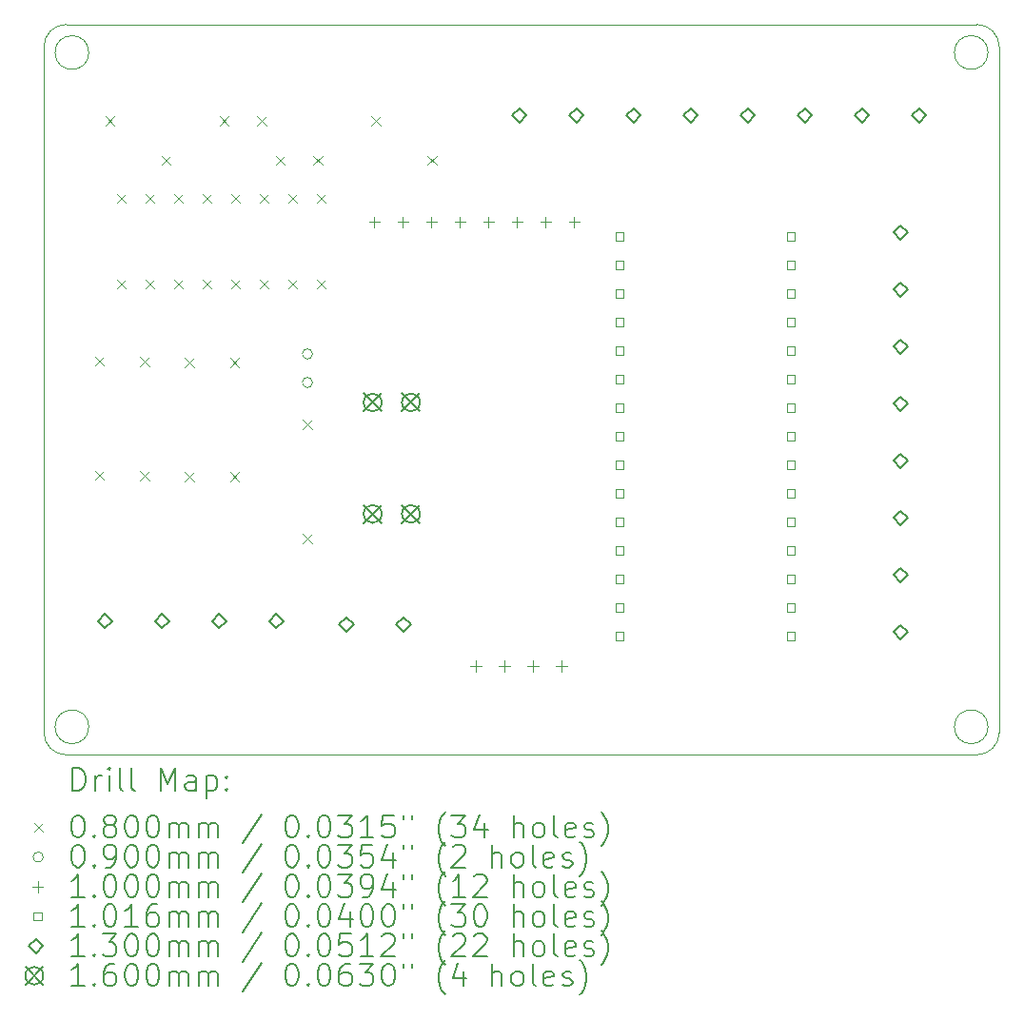
<source format=gbr>
%TF.GenerationSoftware,KiCad,Pcbnew,8.0.7*%
%TF.CreationDate,2025-01-10T10:31:33-06:00*%
%TF.ProjectId,CANBOARD_REV3,43414e42-4f41-4524-945f-524556332e6b,rev?*%
%TF.SameCoordinates,Original*%
%TF.FileFunction,Drillmap*%
%TF.FilePolarity,Positive*%
%FSLAX45Y45*%
G04 Gerber Fmt 4.5, Leading zero omitted, Abs format (unit mm)*
G04 Created by KiCad (PCBNEW 8.0.7) date 2025-01-10 10:31:33*
%MOMM*%
%LPD*%
G01*
G04 APERTURE LIST*
%ADD10C,0.100000*%
%ADD11C,0.200000*%
%ADD12C,0.101600*%
%ADD13C,0.130000*%
%ADD14C,0.160000*%
G04 APERTURE END LIST*
D10*
X2200000Y-2000000D02*
X10300000Y-2000000D01*
X10300000Y-2000000D02*
G75*
G02*
X10500000Y-2200000I0J-200000D01*
G01*
X2400000Y-8250000D02*
G75*
G02*
X2100000Y-8250000I-150000J0D01*
G01*
X2100000Y-8250000D02*
G75*
G02*
X2400000Y-8250000I150000J0D01*
G01*
X10400000Y-2250000D02*
G75*
G02*
X10100000Y-2250000I-150000J0D01*
G01*
X10100000Y-2250000D02*
G75*
G02*
X10400000Y-2250000I150000J0D01*
G01*
X2400000Y-2250000D02*
G75*
G02*
X2100000Y-2250000I-150000J0D01*
G01*
X2100000Y-2250000D02*
G75*
G02*
X2400000Y-2250000I150000J0D01*
G01*
X2200000Y-8500000D02*
G75*
G02*
X2000000Y-8300000I0J200000D01*
G01*
X2000000Y-8300000D02*
X2000000Y-2200000D01*
X10500000Y-2200000D02*
X10500000Y-8300000D01*
X10300000Y-8500000D02*
X2200000Y-8500000D01*
X10500000Y-8300000D02*
G75*
G02*
X10300000Y-8500000I-200000J0D01*
G01*
X2000000Y-2200000D02*
G75*
G02*
X2200000Y-2000000I200000J0D01*
G01*
X10400000Y-8250000D02*
G75*
G02*
X10100000Y-8250000I-150000J0D01*
G01*
X10100000Y-8250000D02*
G75*
G02*
X10400000Y-8250000I150000J0D01*
G01*
D11*
D10*
X2455500Y-4953500D02*
X2535500Y-5033500D01*
X2535500Y-4953500D02*
X2455500Y-5033500D01*
X2455500Y-5969500D02*
X2535500Y-6049500D01*
X2535500Y-5969500D02*
X2455500Y-6049500D01*
X2547500Y-2819500D02*
X2627500Y-2899500D01*
X2627500Y-2819500D02*
X2547500Y-2899500D01*
X2651500Y-3507500D02*
X2731500Y-3587500D01*
X2731500Y-3507500D02*
X2651500Y-3587500D01*
X2651500Y-4269500D02*
X2731500Y-4349500D01*
X2731500Y-4269500D02*
X2651500Y-4349500D01*
X2855500Y-4961500D02*
X2935500Y-5041500D01*
X2935500Y-4961500D02*
X2855500Y-5041500D01*
X2855500Y-5977500D02*
X2935500Y-6057500D01*
X2935500Y-5977500D02*
X2855500Y-6057500D01*
X2905500Y-3507500D02*
X2985500Y-3587500D01*
X2985500Y-3507500D02*
X2905500Y-3587500D01*
X2905500Y-4269500D02*
X2985500Y-4349500D01*
X2985500Y-4269500D02*
X2905500Y-4349500D01*
X3047500Y-3169500D02*
X3127500Y-3249500D01*
X3127500Y-3169500D02*
X3047500Y-3249500D01*
X3159500Y-3507500D02*
X3239500Y-3587500D01*
X3239500Y-3507500D02*
X3159500Y-3587500D01*
X3159500Y-4269500D02*
X3239500Y-4349500D01*
X3239500Y-4269500D02*
X3159500Y-4349500D01*
X3255500Y-4969500D02*
X3335500Y-5049500D01*
X3335500Y-4969500D02*
X3255500Y-5049500D01*
X3255500Y-5985500D02*
X3335500Y-6065500D01*
X3335500Y-5985500D02*
X3255500Y-6065500D01*
X3413500Y-3507500D02*
X3493500Y-3587500D01*
X3493500Y-3507500D02*
X3413500Y-3587500D01*
X3413500Y-4269500D02*
X3493500Y-4349500D01*
X3493500Y-4269500D02*
X3413500Y-4349500D01*
X3563500Y-2819500D02*
X3643500Y-2899500D01*
X3643500Y-2819500D02*
X3563500Y-2899500D01*
X3655500Y-4969500D02*
X3735500Y-5049500D01*
X3735500Y-4969500D02*
X3655500Y-5049500D01*
X3655500Y-5985500D02*
X3735500Y-6065500D01*
X3735500Y-5985500D02*
X3655500Y-6065500D01*
X3667500Y-3507500D02*
X3747500Y-3587500D01*
X3747500Y-3507500D02*
X3667500Y-3587500D01*
X3667500Y-4269500D02*
X3747500Y-4349500D01*
X3747500Y-4269500D02*
X3667500Y-4349500D01*
X3897500Y-2819500D02*
X3977500Y-2899500D01*
X3977500Y-2819500D02*
X3897500Y-2899500D01*
X3921500Y-3507500D02*
X4001500Y-3587500D01*
X4001500Y-3507500D02*
X3921500Y-3587500D01*
X3921500Y-4269500D02*
X4001500Y-4349500D01*
X4001500Y-4269500D02*
X3921500Y-4349500D01*
X4063500Y-3169500D02*
X4143500Y-3249500D01*
X4143500Y-3169500D02*
X4063500Y-3249500D01*
X4175500Y-3507500D02*
X4255500Y-3587500D01*
X4255500Y-3507500D02*
X4175500Y-3587500D01*
X4175500Y-4269500D02*
X4255500Y-4349500D01*
X4255500Y-4269500D02*
X4175500Y-4349500D01*
X4305500Y-5519500D02*
X4385500Y-5599500D01*
X4385500Y-5519500D02*
X4305500Y-5599500D01*
X4305500Y-6535500D02*
X4385500Y-6615500D01*
X4385500Y-6535500D02*
X4305500Y-6615500D01*
X4397500Y-3169500D02*
X4477500Y-3249500D01*
X4477500Y-3169500D02*
X4397500Y-3249500D01*
X4429500Y-3507500D02*
X4509500Y-3587500D01*
X4509500Y-3507500D02*
X4429500Y-3587500D01*
X4429500Y-4269500D02*
X4509500Y-4349500D01*
X4509500Y-4269500D02*
X4429500Y-4349500D01*
X4913500Y-2819500D02*
X4993500Y-2899500D01*
X4993500Y-2819500D02*
X4913500Y-2899500D01*
X5413500Y-3169500D02*
X5493500Y-3249500D01*
X5493500Y-3169500D02*
X5413500Y-3249500D01*
X4390500Y-4932000D02*
G75*
G02*
X4300500Y-4932000I-45000J0D01*
G01*
X4300500Y-4932000D02*
G75*
G02*
X4390500Y-4932000I45000J0D01*
G01*
X4390500Y-5186000D02*
G75*
G02*
X4300500Y-5186000I-45000J0D01*
G01*
X4300500Y-5186000D02*
G75*
G02*
X4390500Y-5186000I45000J0D01*
G01*
X4941500Y-3709500D02*
X4941500Y-3809500D01*
X4891500Y-3759500D02*
X4991500Y-3759500D01*
X5195500Y-3709500D02*
X5195500Y-3809500D01*
X5145500Y-3759500D02*
X5245500Y-3759500D01*
X5449500Y-3709500D02*
X5449500Y-3809500D01*
X5399500Y-3759500D02*
X5499500Y-3759500D01*
X5703500Y-3709500D02*
X5703500Y-3809500D01*
X5653500Y-3759500D02*
X5753500Y-3759500D01*
X5845500Y-7659500D02*
X5845500Y-7759500D01*
X5795500Y-7709500D02*
X5895500Y-7709500D01*
X5957500Y-3709500D02*
X5957500Y-3809500D01*
X5907500Y-3759500D02*
X6007500Y-3759500D01*
X6099500Y-7659500D02*
X6099500Y-7759500D01*
X6049500Y-7709500D02*
X6149500Y-7709500D01*
X6211500Y-3709500D02*
X6211500Y-3809500D01*
X6161500Y-3759500D02*
X6261500Y-3759500D01*
X6353500Y-7659500D02*
X6353500Y-7759500D01*
X6303500Y-7709500D02*
X6403500Y-7709500D01*
X6465500Y-3709500D02*
X6465500Y-3809500D01*
X6415500Y-3759500D02*
X6515500Y-3759500D01*
X6607500Y-7659500D02*
X6607500Y-7759500D01*
X6557500Y-7709500D02*
X6657500Y-7709500D01*
X6719500Y-3709500D02*
X6719500Y-3809500D01*
X6669500Y-3759500D02*
X6769500Y-3759500D01*
D12*
X7157421Y-3921421D02*
X7157421Y-3849579D01*
X7085579Y-3849579D01*
X7085579Y-3921421D01*
X7157421Y-3921421D01*
X7157421Y-4175421D02*
X7157421Y-4103579D01*
X7085579Y-4103579D01*
X7085579Y-4175421D01*
X7157421Y-4175421D01*
X7157421Y-4429421D02*
X7157421Y-4357579D01*
X7085579Y-4357579D01*
X7085579Y-4429421D01*
X7157421Y-4429421D01*
X7157421Y-4683421D02*
X7157421Y-4611579D01*
X7085579Y-4611579D01*
X7085579Y-4683421D01*
X7157421Y-4683421D01*
X7157421Y-4937421D02*
X7157421Y-4865579D01*
X7085579Y-4865579D01*
X7085579Y-4937421D01*
X7157421Y-4937421D01*
X7157421Y-5191421D02*
X7157421Y-5119579D01*
X7085579Y-5119579D01*
X7085579Y-5191421D01*
X7157421Y-5191421D01*
X7157421Y-5445421D02*
X7157421Y-5373579D01*
X7085579Y-5373579D01*
X7085579Y-5445421D01*
X7157421Y-5445421D01*
X7157421Y-5699421D02*
X7157421Y-5627579D01*
X7085579Y-5627579D01*
X7085579Y-5699421D01*
X7157421Y-5699421D01*
X7157421Y-5953421D02*
X7157421Y-5881579D01*
X7085579Y-5881579D01*
X7085579Y-5953421D01*
X7157421Y-5953421D01*
X7157421Y-6207421D02*
X7157421Y-6135579D01*
X7085579Y-6135579D01*
X7085579Y-6207421D01*
X7157421Y-6207421D01*
X7157421Y-6461421D02*
X7157421Y-6389579D01*
X7085579Y-6389579D01*
X7085579Y-6461421D01*
X7157421Y-6461421D01*
X7157421Y-6715421D02*
X7157421Y-6643579D01*
X7085579Y-6643579D01*
X7085579Y-6715421D01*
X7157421Y-6715421D01*
X7157421Y-6969421D02*
X7157421Y-6897579D01*
X7085579Y-6897579D01*
X7085579Y-6969421D01*
X7157421Y-6969421D01*
X7157421Y-7223421D02*
X7157421Y-7151579D01*
X7085579Y-7151579D01*
X7085579Y-7223421D01*
X7157421Y-7223421D01*
X7157421Y-7477421D02*
X7157421Y-7405579D01*
X7085579Y-7405579D01*
X7085579Y-7477421D01*
X7157421Y-7477421D01*
X8681421Y-3921421D02*
X8681421Y-3849579D01*
X8609579Y-3849579D01*
X8609579Y-3921421D01*
X8681421Y-3921421D01*
X8681421Y-4175421D02*
X8681421Y-4103579D01*
X8609579Y-4103579D01*
X8609579Y-4175421D01*
X8681421Y-4175421D01*
X8681421Y-4429421D02*
X8681421Y-4357579D01*
X8609579Y-4357579D01*
X8609579Y-4429421D01*
X8681421Y-4429421D01*
X8681421Y-4683421D02*
X8681421Y-4611579D01*
X8609579Y-4611579D01*
X8609579Y-4683421D01*
X8681421Y-4683421D01*
X8681421Y-4937421D02*
X8681421Y-4865579D01*
X8609579Y-4865579D01*
X8609579Y-4937421D01*
X8681421Y-4937421D01*
X8681421Y-5191421D02*
X8681421Y-5119579D01*
X8609579Y-5119579D01*
X8609579Y-5191421D01*
X8681421Y-5191421D01*
X8681421Y-5445421D02*
X8681421Y-5373579D01*
X8609579Y-5373579D01*
X8609579Y-5445421D01*
X8681421Y-5445421D01*
X8681421Y-5699421D02*
X8681421Y-5627579D01*
X8609579Y-5627579D01*
X8609579Y-5699421D01*
X8681421Y-5699421D01*
X8681421Y-5953421D02*
X8681421Y-5881579D01*
X8609579Y-5881579D01*
X8609579Y-5953421D01*
X8681421Y-5953421D01*
X8681421Y-6207421D02*
X8681421Y-6135579D01*
X8609579Y-6135579D01*
X8609579Y-6207421D01*
X8681421Y-6207421D01*
X8681421Y-6461421D02*
X8681421Y-6389579D01*
X8609579Y-6389579D01*
X8609579Y-6461421D01*
X8681421Y-6461421D01*
X8681421Y-6715421D02*
X8681421Y-6643579D01*
X8609579Y-6643579D01*
X8609579Y-6715421D01*
X8681421Y-6715421D01*
X8681421Y-6969421D02*
X8681421Y-6897579D01*
X8609579Y-6897579D01*
X8609579Y-6969421D01*
X8681421Y-6969421D01*
X8681421Y-7223421D02*
X8681421Y-7151579D01*
X8609579Y-7151579D01*
X8609579Y-7223421D01*
X8681421Y-7223421D01*
X8681421Y-7477421D02*
X8681421Y-7405579D01*
X8609579Y-7405579D01*
X8609579Y-7477421D01*
X8681421Y-7477421D01*
D13*
X2545500Y-7374500D02*
X2610500Y-7309500D01*
X2545500Y-7244500D01*
X2480500Y-7309500D01*
X2545500Y-7374500D01*
X3053500Y-7374500D02*
X3118500Y-7309500D01*
X3053500Y-7244500D01*
X2988500Y-7309500D01*
X3053500Y-7374500D01*
X3561500Y-7374500D02*
X3626500Y-7309500D01*
X3561500Y-7244500D01*
X3496500Y-7309500D01*
X3561500Y-7374500D01*
X4069500Y-7374500D02*
X4134500Y-7309500D01*
X4069500Y-7244500D01*
X4004500Y-7309500D01*
X4069500Y-7374500D01*
X4691000Y-7405000D02*
X4756000Y-7340000D01*
X4691000Y-7275000D01*
X4626000Y-7340000D01*
X4691000Y-7405000D01*
X5199000Y-7405000D02*
X5264000Y-7340000D01*
X5199000Y-7275000D01*
X5134000Y-7340000D01*
X5199000Y-7405000D01*
X6229500Y-2874500D02*
X6294500Y-2809500D01*
X6229500Y-2744500D01*
X6164500Y-2809500D01*
X6229500Y-2874500D01*
X6737500Y-2874500D02*
X6802500Y-2809500D01*
X6737500Y-2744500D01*
X6672500Y-2809500D01*
X6737500Y-2874500D01*
X7245500Y-2874500D02*
X7310500Y-2809500D01*
X7245500Y-2744500D01*
X7180500Y-2809500D01*
X7245500Y-2874500D01*
X7753500Y-2874500D02*
X7818500Y-2809500D01*
X7753500Y-2744500D01*
X7688500Y-2809500D01*
X7753500Y-2874500D01*
X8261500Y-2874500D02*
X8326500Y-2809500D01*
X8261500Y-2744500D01*
X8196500Y-2809500D01*
X8261500Y-2874500D01*
X8769500Y-2874500D02*
X8834500Y-2809500D01*
X8769500Y-2744500D01*
X8704500Y-2809500D01*
X8769500Y-2874500D01*
X9277500Y-2874500D02*
X9342500Y-2809500D01*
X9277500Y-2744500D01*
X9212500Y-2809500D01*
X9277500Y-2874500D01*
X9623000Y-3917500D02*
X9688000Y-3852500D01*
X9623000Y-3787500D01*
X9558000Y-3852500D01*
X9623000Y-3917500D01*
X9623000Y-4425500D02*
X9688000Y-4360500D01*
X9623000Y-4295500D01*
X9558000Y-4360500D01*
X9623000Y-4425500D01*
X9623000Y-4933500D02*
X9688000Y-4868500D01*
X9623000Y-4803500D01*
X9558000Y-4868500D01*
X9623000Y-4933500D01*
X9623000Y-5441500D02*
X9688000Y-5376500D01*
X9623000Y-5311500D01*
X9558000Y-5376500D01*
X9623000Y-5441500D01*
X9623000Y-5949500D02*
X9688000Y-5884500D01*
X9623000Y-5819500D01*
X9558000Y-5884500D01*
X9623000Y-5949500D01*
X9623000Y-6457500D02*
X9688000Y-6392500D01*
X9623000Y-6327500D01*
X9558000Y-6392500D01*
X9623000Y-6457500D01*
X9623000Y-6965500D02*
X9688000Y-6900500D01*
X9623000Y-6835500D01*
X9558000Y-6900500D01*
X9623000Y-6965500D01*
X9623000Y-7473500D02*
X9688000Y-7408500D01*
X9623000Y-7343500D01*
X9558000Y-7408500D01*
X9623000Y-7473500D01*
X9785500Y-2874500D02*
X9850500Y-2809500D01*
X9785500Y-2744500D01*
X9720500Y-2809500D01*
X9785500Y-2874500D01*
D14*
X4845500Y-5283500D02*
X5005500Y-5443500D01*
X5005500Y-5283500D02*
X4845500Y-5443500D01*
X5005500Y-5363500D02*
G75*
G02*
X4845500Y-5363500I-80000J0D01*
G01*
X4845500Y-5363500D02*
G75*
G02*
X5005500Y-5363500I80000J0D01*
G01*
X4845500Y-6275500D02*
X5005500Y-6435500D01*
X5005500Y-6275500D02*
X4845500Y-6435500D01*
X5005500Y-6355500D02*
G75*
G02*
X4845500Y-6355500I-80000J0D01*
G01*
X4845500Y-6355500D02*
G75*
G02*
X5005500Y-6355500I80000J0D01*
G01*
X5185500Y-5283500D02*
X5345500Y-5443500D01*
X5345500Y-5283500D02*
X5185500Y-5443500D01*
X5345500Y-5363500D02*
G75*
G02*
X5185500Y-5363500I-80000J0D01*
G01*
X5185500Y-5363500D02*
G75*
G02*
X5345500Y-5363500I80000J0D01*
G01*
X5185500Y-6275500D02*
X5345500Y-6435500D01*
X5345500Y-6275500D02*
X5185500Y-6435500D01*
X5345500Y-6355500D02*
G75*
G02*
X5185500Y-6355500I-80000J0D01*
G01*
X5185500Y-6355500D02*
G75*
G02*
X5345500Y-6355500I80000J0D01*
G01*
D11*
X2255777Y-8816484D02*
X2255777Y-8616484D01*
X2255777Y-8616484D02*
X2303396Y-8616484D01*
X2303396Y-8616484D02*
X2331967Y-8626008D01*
X2331967Y-8626008D02*
X2351015Y-8645055D01*
X2351015Y-8645055D02*
X2360539Y-8664103D01*
X2360539Y-8664103D02*
X2370063Y-8702198D01*
X2370063Y-8702198D02*
X2370063Y-8730770D01*
X2370063Y-8730770D02*
X2360539Y-8768865D01*
X2360539Y-8768865D02*
X2351015Y-8787912D01*
X2351015Y-8787912D02*
X2331967Y-8806960D01*
X2331967Y-8806960D02*
X2303396Y-8816484D01*
X2303396Y-8816484D02*
X2255777Y-8816484D01*
X2455777Y-8816484D02*
X2455777Y-8683150D01*
X2455777Y-8721246D02*
X2465301Y-8702198D01*
X2465301Y-8702198D02*
X2474824Y-8692674D01*
X2474824Y-8692674D02*
X2493872Y-8683150D01*
X2493872Y-8683150D02*
X2512920Y-8683150D01*
X2579586Y-8816484D02*
X2579586Y-8683150D01*
X2579586Y-8616484D02*
X2570063Y-8626008D01*
X2570063Y-8626008D02*
X2579586Y-8635531D01*
X2579586Y-8635531D02*
X2589110Y-8626008D01*
X2589110Y-8626008D02*
X2579586Y-8616484D01*
X2579586Y-8616484D02*
X2579586Y-8635531D01*
X2703396Y-8816484D02*
X2684348Y-8806960D01*
X2684348Y-8806960D02*
X2674824Y-8787912D01*
X2674824Y-8787912D02*
X2674824Y-8616484D01*
X2808158Y-8816484D02*
X2789110Y-8806960D01*
X2789110Y-8806960D02*
X2779586Y-8787912D01*
X2779586Y-8787912D02*
X2779586Y-8616484D01*
X3036729Y-8816484D02*
X3036729Y-8616484D01*
X3036729Y-8616484D02*
X3103396Y-8759341D01*
X3103396Y-8759341D02*
X3170062Y-8616484D01*
X3170062Y-8616484D02*
X3170062Y-8816484D01*
X3351015Y-8816484D02*
X3351015Y-8711722D01*
X3351015Y-8711722D02*
X3341491Y-8692674D01*
X3341491Y-8692674D02*
X3322443Y-8683150D01*
X3322443Y-8683150D02*
X3284348Y-8683150D01*
X3284348Y-8683150D02*
X3265301Y-8692674D01*
X3351015Y-8806960D02*
X3331967Y-8816484D01*
X3331967Y-8816484D02*
X3284348Y-8816484D01*
X3284348Y-8816484D02*
X3265301Y-8806960D01*
X3265301Y-8806960D02*
X3255777Y-8787912D01*
X3255777Y-8787912D02*
X3255777Y-8768865D01*
X3255777Y-8768865D02*
X3265301Y-8749817D01*
X3265301Y-8749817D02*
X3284348Y-8740293D01*
X3284348Y-8740293D02*
X3331967Y-8740293D01*
X3331967Y-8740293D02*
X3351015Y-8730770D01*
X3446253Y-8683150D02*
X3446253Y-8883150D01*
X3446253Y-8692674D02*
X3465301Y-8683150D01*
X3465301Y-8683150D02*
X3503396Y-8683150D01*
X3503396Y-8683150D02*
X3522443Y-8692674D01*
X3522443Y-8692674D02*
X3531967Y-8702198D01*
X3531967Y-8702198D02*
X3541491Y-8721246D01*
X3541491Y-8721246D02*
X3541491Y-8778389D01*
X3541491Y-8778389D02*
X3531967Y-8797436D01*
X3531967Y-8797436D02*
X3522443Y-8806960D01*
X3522443Y-8806960D02*
X3503396Y-8816484D01*
X3503396Y-8816484D02*
X3465301Y-8816484D01*
X3465301Y-8816484D02*
X3446253Y-8806960D01*
X3627205Y-8797436D02*
X3636729Y-8806960D01*
X3636729Y-8806960D02*
X3627205Y-8816484D01*
X3627205Y-8816484D02*
X3617682Y-8806960D01*
X3617682Y-8806960D02*
X3627205Y-8797436D01*
X3627205Y-8797436D02*
X3627205Y-8816484D01*
X3627205Y-8692674D02*
X3636729Y-8702198D01*
X3636729Y-8702198D02*
X3627205Y-8711722D01*
X3627205Y-8711722D02*
X3617682Y-8702198D01*
X3617682Y-8702198D02*
X3627205Y-8692674D01*
X3627205Y-8692674D02*
X3627205Y-8711722D01*
D10*
X1915000Y-9105000D02*
X1995000Y-9185000D01*
X1995000Y-9105000D02*
X1915000Y-9185000D01*
D11*
X2293872Y-9036484D02*
X2312920Y-9036484D01*
X2312920Y-9036484D02*
X2331967Y-9046008D01*
X2331967Y-9046008D02*
X2341491Y-9055531D01*
X2341491Y-9055531D02*
X2351015Y-9074579D01*
X2351015Y-9074579D02*
X2360539Y-9112674D01*
X2360539Y-9112674D02*
X2360539Y-9160293D01*
X2360539Y-9160293D02*
X2351015Y-9198389D01*
X2351015Y-9198389D02*
X2341491Y-9217436D01*
X2341491Y-9217436D02*
X2331967Y-9226960D01*
X2331967Y-9226960D02*
X2312920Y-9236484D01*
X2312920Y-9236484D02*
X2293872Y-9236484D01*
X2293872Y-9236484D02*
X2274824Y-9226960D01*
X2274824Y-9226960D02*
X2265301Y-9217436D01*
X2265301Y-9217436D02*
X2255777Y-9198389D01*
X2255777Y-9198389D02*
X2246253Y-9160293D01*
X2246253Y-9160293D02*
X2246253Y-9112674D01*
X2246253Y-9112674D02*
X2255777Y-9074579D01*
X2255777Y-9074579D02*
X2265301Y-9055531D01*
X2265301Y-9055531D02*
X2274824Y-9046008D01*
X2274824Y-9046008D02*
X2293872Y-9036484D01*
X2446253Y-9217436D02*
X2455777Y-9226960D01*
X2455777Y-9226960D02*
X2446253Y-9236484D01*
X2446253Y-9236484D02*
X2436729Y-9226960D01*
X2436729Y-9226960D02*
X2446253Y-9217436D01*
X2446253Y-9217436D02*
X2446253Y-9236484D01*
X2570063Y-9122198D02*
X2551015Y-9112674D01*
X2551015Y-9112674D02*
X2541491Y-9103150D01*
X2541491Y-9103150D02*
X2531967Y-9084103D01*
X2531967Y-9084103D02*
X2531967Y-9074579D01*
X2531967Y-9074579D02*
X2541491Y-9055531D01*
X2541491Y-9055531D02*
X2551015Y-9046008D01*
X2551015Y-9046008D02*
X2570063Y-9036484D01*
X2570063Y-9036484D02*
X2608158Y-9036484D01*
X2608158Y-9036484D02*
X2627205Y-9046008D01*
X2627205Y-9046008D02*
X2636729Y-9055531D01*
X2636729Y-9055531D02*
X2646253Y-9074579D01*
X2646253Y-9074579D02*
X2646253Y-9084103D01*
X2646253Y-9084103D02*
X2636729Y-9103150D01*
X2636729Y-9103150D02*
X2627205Y-9112674D01*
X2627205Y-9112674D02*
X2608158Y-9122198D01*
X2608158Y-9122198D02*
X2570063Y-9122198D01*
X2570063Y-9122198D02*
X2551015Y-9131722D01*
X2551015Y-9131722D02*
X2541491Y-9141246D01*
X2541491Y-9141246D02*
X2531967Y-9160293D01*
X2531967Y-9160293D02*
X2531967Y-9198389D01*
X2531967Y-9198389D02*
X2541491Y-9217436D01*
X2541491Y-9217436D02*
X2551015Y-9226960D01*
X2551015Y-9226960D02*
X2570063Y-9236484D01*
X2570063Y-9236484D02*
X2608158Y-9236484D01*
X2608158Y-9236484D02*
X2627205Y-9226960D01*
X2627205Y-9226960D02*
X2636729Y-9217436D01*
X2636729Y-9217436D02*
X2646253Y-9198389D01*
X2646253Y-9198389D02*
X2646253Y-9160293D01*
X2646253Y-9160293D02*
X2636729Y-9141246D01*
X2636729Y-9141246D02*
X2627205Y-9131722D01*
X2627205Y-9131722D02*
X2608158Y-9122198D01*
X2770063Y-9036484D02*
X2789110Y-9036484D01*
X2789110Y-9036484D02*
X2808158Y-9046008D01*
X2808158Y-9046008D02*
X2817682Y-9055531D01*
X2817682Y-9055531D02*
X2827205Y-9074579D01*
X2827205Y-9074579D02*
X2836729Y-9112674D01*
X2836729Y-9112674D02*
X2836729Y-9160293D01*
X2836729Y-9160293D02*
X2827205Y-9198389D01*
X2827205Y-9198389D02*
X2817682Y-9217436D01*
X2817682Y-9217436D02*
X2808158Y-9226960D01*
X2808158Y-9226960D02*
X2789110Y-9236484D01*
X2789110Y-9236484D02*
X2770063Y-9236484D01*
X2770063Y-9236484D02*
X2751015Y-9226960D01*
X2751015Y-9226960D02*
X2741491Y-9217436D01*
X2741491Y-9217436D02*
X2731967Y-9198389D01*
X2731967Y-9198389D02*
X2722444Y-9160293D01*
X2722444Y-9160293D02*
X2722444Y-9112674D01*
X2722444Y-9112674D02*
X2731967Y-9074579D01*
X2731967Y-9074579D02*
X2741491Y-9055531D01*
X2741491Y-9055531D02*
X2751015Y-9046008D01*
X2751015Y-9046008D02*
X2770063Y-9036484D01*
X2960539Y-9036484D02*
X2979586Y-9036484D01*
X2979586Y-9036484D02*
X2998634Y-9046008D01*
X2998634Y-9046008D02*
X3008158Y-9055531D01*
X3008158Y-9055531D02*
X3017682Y-9074579D01*
X3017682Y-9074579D02*
X3027205Y-9112674D01*
X3027205Y-9112674D02*
X3027205Y-9160293D01*
X3027205Y-9160293D02*
X3017682Y-9198389D01*
X3017682Y-9198389D02*
X3008158Y-9217436D01*
X3008158Y-9217436D02*
X2998634Y-9226960D01*
X2998634Y-9226960D02*
X2979586Y-9236484D01*
X2979586Y-9236484D02*
X2960539Y-9236484D01*
X2960539Y-9236484D02*
X2941491Y-9226960D01*
X2941491Y-9226960D02*
X2931967Y-9217436D01*
X2931967Y-9217436D02*
X2922443Y-9198389D01*
X2922443Y-9198389D02*
X2912920Y-9160293D01*
X2912920Y-9160293D02*
X2912920Y-9112674D01*
X2912920Y-9112674D02*
X2922443Y-9074579D01*
X2922443Y-9074579D02*
X2931967Y-9055531D01*
X2931967Y-9055531D02*
X2941491Y-9046008D01*
X2941491Y-9046008D02*
X2960539Y-9036484D01*
X3112920Y-9236484D02*
X3112920Y-9103150D01*
X3112920Y-9122198D02*
X3122443Y-9112674D01*
X3122443Y-9112674D02*
X3141491Y-9103150D01*
X3141491Y-9103150D02*
X3170063Y-9103150D01*
X3170063Y-9103150D02*
X3189110Y-9112674D01*
X3189110Y-9112674D02*
X3198634Y-9131722D01*
X3198634Y-9131722D02*
X3198634Y-9236484D01*
X3198634Y-9131722D02*
X3208158Y-9112674D01*
X3208158Y-9112674D02*
X3227205Y-9103150D01*
X3227205Y-9103150D02*
X3255777Y-9103150D01*
X3255777Y-9103150D02*
X3274824Y-9112674D01*
X3274824Y-9112674D02*
X3284348Y-9131722D01*
X3284348Y-9131722D02*
X3284348Y-9236484D01*
X3379586Y-9236484D02*
X3379586Y-9103150D01*
X3379586Y-9122198D02*
X3389110Y-9112674D01*
X3389110Y-9112674D02*
X3408158Y-9103150D01*
X3408158Y-9103150D02*
X3436729Y-9103150D01*
X3436729Y-9103150D02*
X3455777Y-9112674D01*
X3455777Y-9112674D02*
X3465301Y-9131722D01*
X3465301Y-9131722D02*
X3465301Y-9236484D01*
X3465301Y-9131722D02*
X3474824Y-9112674D01*
X3474824Y-9112674D02*
X3493872Y-9103150D01*
X3493872Y-9103150D02*
X3522443Y-9103150D01*
X3522443Y-9103150D02*
X3541491Y-9112674D01*
X3541491Y-9112674D02*
X3551015Y-9131722D01*
X3551015Y-9131722D02*
X3551015Y-9236484D01*
X3941491Y-9026960D02*
X3770063Y-9284103D01*
X4198634Y-9036484D02*
X4217682Y-9036484D01*
X4217682Y-9036484D02*
X4236729Y-9046008D01*
X4236729Y-9046008D02*
X4246253Y-9055531D01*
X4246253Y-9055531D02*
X4255777Y-9074579D01*
X4255777Y-9074579D02*
X4265301Y-9112674D01*
X4265301Y-9112674D02*
X4265301Y-9160293D01*
X4265301Y-9160293D02*
X4255777Y-9198389D01*
X4255777Y-9198389D02*
X4246253Y-9217436D01*
X4246253Y-9217436D02*
X4236729Y-9226960D01*
X4236729Y-9226960D02*
X4217682Y-9236484D01*
X4217682Y-9236484D02*
X4198634Y-9236484D01*
X4198634Y-9236484D02*
X4179586Y-9226960D01*
X4179586Y-9226960D02*
X4170063Y-9217436D01*
X4170063Y-9217436D02*
X4160539Y-9198389D01*
X4160539Y-9198389D02*
X4151015Y-9160293D01*
X4151015Y-9160293D02*
X4151015Y-9112674D01*
X4151015Y-9112674D02*
X4160539Y-9074579D01*
X4160539Y-9074579D02*
X4170063Y-9055531D01*
X4170063Y-9055531D02*
X4179586Y-9046008D01*
X4179586Y-9046008D02*
X4198634Y-9036484D01*
X4351015Y-9217436D02*
X4360539Y-9226960D01*
X4360539Y-9226960D02*
X4351015Y-9236484D01*
X4351015Y-9236484D02*
X4341491Y-9226960D01*
X4341491Y-9226960D02*
X4351015Y-9217436D01*
X4351015Y-9217436D02*
X4351015Y-9236484D01*
X4484348Y-9036484D02*
X4503396Y-9036484D01*
X4503396Y-9036484D02*
X4522444Y-9046008D01*
X4522444Y-9046008D02*
X4531968Y-9055531D01*
X4531968Y-9055531D02*
X4541491Y-9074579D01*
X4541491Y-9074579D02*
X4551015Y-9112674D01*
X4551015Y-9112674D02*
X4551015Y-9160293D01*
X4551015Y-9160293D02*
X4541491Y-9198389D01*
X4541491Y-9198389D02*
X4531968Y-9217436D01*
X4531968Y-9217436D02*
X4522444Y-9226960D01*
X4522444Y-9226960D02*
X4503396Y-9236484D01*
X4503396Y-9236484D02*
X4484348Y-9236484D01*
X4484348Y-9236484D02*
X4465301Y-9226960D01*
X4465301Y-9226960D02*
X4455777Y-9217436D01*
X4455777Y-9217436D02*
X4446253Y-9198389D01*
X4446253Y-9198389D02*
X4436729Y-9160293D01*
X4436729Y-9160293D02*
X4436729Y-9112674D01*
X4436729Y-9112674D02*
X4446253Y-9074579D01*
X4446253Y-9074579D02*
X4455777Y-9055531D01*
X4455777Y-9055531D02*
X4465301Y-9046008D01*
X4465301Y-9046008D02*
X4484348Y-9036484D01*
X4617682Y-9036484D02*
X4741491Y-9036484D01*
X4741491Y-9036484D02*
X4674825Y-9112674D01*
X4674825Y-9112674D02*
X4703396Y-9112674D01*
X4703396Y-9112674D02*
X4722444Y-9122198D01*
X4722444Y-9122198D02*
X4731968Y-9131722D01*
X4731968Y-9131722D02*
X4741491Y-9150770D01*
X4741491Y-9150770D02*
X4741491Y-9198389D01*
X4741491Y-9198389D02*
X4731968Y-9217436D01*
X4731968Y-9217436D02*
X4722444Y-9226960D01*
X4722444Y-9226960D02*
X4703396Y-9236484D01*
X4703396Y-9236484D02*
X4646253Y-9236484D01*
X4646253Y-9236484D02*
X4627206Y-9226960D01*
X4627206Y-9226960D02*
X4617682Y-9217436D01*
X4931968Y-9236484D02*
X4817682Y-9236484D01*
X4874825Y-9236484D02*
X4874825Y-9036484D01*
X4874825Y-9036484D02*
X4855777Y-9065055D01*
X4855777Y-9065055D02*
X4836729Y-9084103D01*
X4836729Y-9084103D02*
X4817682Y-9093627D01*
X5112920Y-9036484D02*
X5017682Y-9036484D01*
X5017682Y-9036484D02*
X5008158Y-9131722D01*
X5008158Y-9131722D02*
X5017682Y-9122198D01*
X5017682Y-9122198D02*
X5036729Y-9112674D01*
X5036729Y-9112674D02*
X5084349Y-9112674D01*
X5084349Y-9112674D02*
X5103396Y-9122198D01*
X5103396Y-9122198D02*
X5112920Y-9131722D01*
X5112920Y-9131722D02*
X5122444Y-9150770D01*
X5122444Y-9150770D02*
X5122444Y-9198389D01*
X5122444Y-9198389D02*
X5112920Y-9217436D01*
X5112920Y-9217436D02*
X5103396Y-9226960D01*
X5103396Y-9226960D02*
X5084349Y-9236484D01*
X5084349Y-9236484D02*
X5036729Y-9236484D01*
X5036729Y-9236484D02*
X5017682Y-9226960D01*
X5017682Y-9226960D02*
X5008158Y-9217436D01*
X5198634Y-9036484D02*
X5198634Y-9074579D01*
X5274825Y-9036484D02*
X5274825Y-9074579D01*
X5570063Y-9312674D02*
X5560539Y-9303150D01*
X5560539Y-9303150D02*
X5541491Y-9274579D01*
X5541491Y-9274579D02*
X5531968Y-9255531D01*
X5531968Y-9255531D02*
X5522444Y-9226960D01*
X5522444Y-9226960D02*
X5512920Y-9179341D01*
X5512920Y-9179341D02*
X5512920Y-9141246D01*
X5512920Y-9141246D02*
X5522444Y-9093627D01*
X5522444Y-9093627D02*
X5531968Y-9065055D01*
X5531968Y-9065055D02*
X5541491Y-9046008D01*
X5541491Y-9046008D02*
X5560539Y-9017436D01*
X5560539Y-9017436D02*
X5570063Y-9007912D01*
X5627206Y-9036484D02*
X5751015Y-9036484D01*
X5751015Y-9036484D02*
X5684348Y-9112674D01*
X5684348Y-9112674D02*
X5712920Y-9112674D01*
X5712920Y-9112674D02*
X5731968Y-9122198D01*
X5731968Y-9122198D02*
X5741491Y-9131722D01*
X5741491Y-9131722D02*
X5751015Y-9150770D01*
X5751015Y-9150770D02*
X5751015Y-9198389D01*
X5751015Y-9198389D02*
X5741491Y-9217436D01*
X5741491Y-9217436D02*
X5731968Y-9226960D01*
X5731968Y-9226960D02*
X5712920Y-9236484D01*
X5712920Y-9236484D02*
X5655777Y-9236484D01*
X5655777Y-9236484D02*
X5636729Y-9226960D01*
X5636729Y-9226960D02*
X5627206Y-9217436D01*
X5922444Y-9103150D02*
X5922444Y-9236484D01*
X5874825Y-9026960D02*
X5827206Y-9169817D01*
X5827206Y-9169817D02*
X5951015Y-9169817D01*
X6179587Y-9236484D02*
X6179587Y-9036484D01*
X6265301Y-9236484D02*
X6265301Y-9131722D01*
X6265301Y-9131722D02*
X6255777Y-9112674D01*
X6255777Y-9112674D02*
X6236730Y-9103150D01*
X6236730Y-9103150D02*
X6208158Y-9103150D01*
X6208158Y-9103150D02*
X6189110Y-9112674D01*
X6189110Y-9112674D02*
X6179587Y-9122198D01*
X6389110Y-9236484D02*
X6370063Y-9226960D01*
X6370063Y-9226960D02*
X6360539Y-9217436D01*
X6360539Y-9217436D02*
X6351015Y-9198389D01*
X6351015Y-9198389D02*
X6351015Y-9141246D01*
X6351015Y-9141246D02*
X6360539Y-9122198D01*
X6360539Y-9122198D02*
X6370063Y-9112674D01*
X6370063Y-9112674D02*
X6389110Y-9103150D01*
X6389110Y-9103150D02*
X6417682Y-9103150D01*
X6417682Y-9103150D02*
X6436730Y-9112674D01*
X6436730Y-9112674D02*
X6446253Y-9122198D01*
X6446253Y-9122198D02*
X6455777Y-9141246D01*
X6455777Y-9141246D02*
X6455777Y-9198389D01*
X6455777Y-9198389D02*
X6446253Y-9217436D01*
X6446253Y-9217436D02*
X6436730Y-9226960D01*
X6436730Y-9226960D02*
X6417682Y-9236484D01*
X6417682Y-9236484D02*
X6389110Y-9236484D01*
X6570063Y-9236484D02*
X6551015Y-9226960D01*
X6551015Y-9226960D02*
X6541491Y-9207912D01*
X6541491Y-9207912D02*
X6541491Y-9036484D01*
X6722444Y-9226960D02*
X6703396Y-9236484D01*
X6703396Y-9236484D02*
X6665301Y-9236484D01*
X6665301Y-9236484D02*
X6646253Y-9226960D01*
X6646253Y-9226960D02*
X6636730Y-9207912D01*
X6636730Y-9207912D02*
X6636730Y-9131722D01*
X6636730Y-9131722D02*
X6646253Y-9112674D01*
X6646253Y-9112674D02*
X6665301Y-9103150D01*
X6665301Y-9103150D02*
X6703396Y-9103150D01*
X6703396Y-9103150D02*
X6722444Y-9112674D01*
X6722444Y-9112674D02*
X6731968Y-9131722D01*
X6731968Y-9131722D02*
X6731968Y-9150770D01*
X6731968Y-9150770D02*
X6636730Y-9169817D01*
X6808158Y-9226960D02*
X6827206Y-9236484D01*
X6827206Y-9236484D02*
X6865301Y-9236484D01*
X6865301Y-9236484D02*
X6884349Y-9226960D01*
X6884349Y-9226960D02*
X6893872Y-9207912D01*
X6893872Y-9207912D02*
X6893872Y-9198389D01*
X6893872Y-9198389D02*
X6884349Y-9179341D01*
X6884349Y-9179341D02*
X6865301Y-9169817D01*
X6865301Y-9169817D02*
X6836730Y-9169817D01*
X6836730Y-9169817D02*
X6817682Y-9160293D01*
X6817682Y-9160293D02*
X6808158Y-9141246D01*
X6808158Y-9141246D02*
X6808158Y-9131722D01*
X6808158Y-9131722D02*
X6817682Y-9112674D01*
X6817682Y-9112674D02*
X6836730Y-9103150D01*
X6836730Y-9103150D02*
X6865301Y-9103150D01*
X6865301Y-9103150D02*
X6884349Y-9112674D01*
X6960539Y-9312674D02*
X6970063Y-9303150D01*
X6970063Y-9303150D02*
X6989111Y-9274579D01*
X6989111Y-9274579D02*
X6998634Y-9255531D01*
X6998634Y-9255531D02*
X7008158Y-9226960D01*
X7008158Y-9226960D02*
X7017682Y-9179341D01*
X7017682Y-9179341D02*
X7017682Y-9141246D01*
X7017682Y-9141246D02*
X7008158Y-9093627D01*
X7008158Y-9093627D02*
X6998634Y-9065055D01*
X6998634Y-9065055D02*
X6989111Y-9046008D01*
X6989111Y-9046008D02*
X6970063Y-9017436D01*
X6970063Y-9017436D02*
X6960539Y-9007912D01*
D10*
X1995000Y-9409000D02*
G75*
G02*
X1905000Y-9409000I-45000J0D01*
G01*
X1905000Y-9409000D02*
G75*
G02*
X1995000Y-9409000I45000J0D01*
G01*
D11*
X2293872Y-9300484D02*
X2312920Y-9300484D01*
X2312920Y-9300484D02*
X2331967Y-9310008D01*
X2331967Y-9310008D02*
X2341491Y-9319531D01*
X2341491Y-9319531D02*
X2351015Y-9338579D01*
X2351015Y-9338579D02*
X2360539Y-9376674D01*
X2360539Y-9376674D02*
X2360539Y-9424293D01*
X2360539Y-9424293D02*
X2351015Y-9462389D01*
X2351015Y-9462389D02*
X2341491Y-9481436D01*
X2341491Y-9481436D02*
X2331967Y-9490960D01*
X2331967Y-9490960D02*
X2312920Y-9500484D01*
X2312920Y-9500484D02*
X2293872Y-9500484D01*
X2293872Y-9500484D02*
X2274824Y-9490960D01*
X2274824Y-9490960D02*
X2265301Y-9481436D01*
X2265301Y-9481436D02*
X2255777Y-9462389D01*
X2255777Y-9462389D02*
X2246253Y-9424293D01*
X2246253Y-9424293D02*
X2246253Y-9376674D01*
X2246253Y-9376674D02*
X2255777Y-9338579D01*
X2255777Y-9338579D02*
X2265301Y-9319531D01*
X2265301Y-9319531D02*
X2274824Y-9310008D01*
X2274824Y-9310008D02*
X2293872Y-9300484D01*
X2446253Y-9481436D02*
X2455777Y-9490960D01*
X2455777Y-9490960D02*
X2446253Y-9500484D01*
X2446253Y-9500484D02*
X2436729Y-9490960D01*
X2436729Y-9490960D02*
X2446253Y-9481436D01*
X2446253Y-9481436D02*
X2446253Y-9500484D01*
X2551015Y-9500484D02*
X2589110Y-9500484D01*
X2589110Y-9500484D02*
X2608158Y-9490960D01*
X2608158Y-9490960D02*
X2617682Y-9481436D01*
X2617682Y-9481436D02*
X2636729Y-9452865D01*
X2636729Y-9452865D02*
X2646253Y-9414770D01*
X2646253Y-9414770D02*
X2646253Y-9338579D01*
X2646253Y-9338579D02*
X2636729Y-9319531D01*
X2636729Y-9319531D02*
X2627205Y-9310008D01*
X2627205Y-9310008D02*
X2608158Y-9300484D01*
X2608158Y-9300484D02*
X2570063Y-9300484D01*
X2570063Y-9300484D02*
X2551015Y-9310008D01*
X2551015Y-9310008D02*
X2541491Y-9319531D01*
X2541491Y-9319531D02*
X2531967Y-9338579D01*
X2531967Y-9338579D02*
X2531967Y-9386198D01*
X2531967Y-9386198D02*
X2541491Y-9405246D01*
X2541491Y-9405246D02*
X2551015Y-9414770D01*
X2551015Y-9414770D02*
X2570063Y-9424293D01*
X2570063Y-9424293D02*
X2608158Y-9424293D01*
X2608158Y-9424293D02*
X2627205Y-9414770D01*
X2627205Y-9414770D02*
X2636729Y-9405246D01*
X2636729Y-9405246D02*
X2646253Y-9386198D01*
X2770063Y-9300484D02*
X2789110Y-9300484D01*
X2789110Y-9300484D02*
X2808158Y-9310008D01*
X2808158Y-9310008D02*
X2817682Y-9319531D01*
X2817682Y-9319531D02*
X2827205Y-9338579D01*
X2827205Y-9338579D02*
X2836729Y-9376674D01*
X2836729Y-9376674D02*
X2836729Y-9424293D01*
X2836729Y-9424293D02*
X2827205Y-9462389D01*
X2827205Y-9462389D02*
X2817682Y-9481436D01*
X2817682Y-9481436D02*
X2808158Y-9490960D01*
X2808158Y-9490960D02*
X2789110Y-9500484D01*
X2789110Y-9500484D02*
X2770063Y-9500484D01*
X2770063Y-9500484D02*
X2751015Y-9490960D01*
X2751015Y-9490960D02*
X2741491Y-9481436D01*
X2741491Y-9481436D02*
X2731967Y-9462389D01*
X2731967Y-9462389D02*
X2722444Y-9424293D01*
X2722444Y-9424293D02*
X2722444Y-9376674D01*
X2722444Y-9376674D02*
X2731967Y-9338579D01*
X2731967Y-9338579D02*
X2741491Y-9319531D01*
X2741491Y-9319531D02*
X2751015Y-9310008D01*
X2751015Y-9310008D02*
X2770063Y-9300484D01*
X2960539Y-9300484D02*
X2979586Y-9300484D01*
X2979586Y-9300484D02*
X2998634Y-9310008D01*
X2998634Y-9310008D02*
X3008158Y-9319531D01*
X3008158Y-9319531D02*
X3017682Y-9338579D01*
X3017682Y-9338579D02*
X3027205Y-9376674D01*
X3027205Y-9376674D02*
X3027205Y-9424293D01*
X3027205Y-9424293D02*
X3017682Y-9462389D01*
X3017682Y-9462389D02*
X3008158Y-9481436D01*
X3008158Y-9481436D02*
X2998634Y-9490960D01*
X2998634Y-9490960D02*
X2979586Y-9500484D01*
X2979586Y-9500484D02*
X2960539Y-9500484D01*
X2960539Y-9500484D02*
X2941491Y-9490960D01*
X2941491Y-9490960D02*
X2931967Y-9481436D01*
X2931967Y-9481436D02*
X2922443Y-9462389D01*
X2922443Y-9462389D02*
X2912920Y-9424293D01*
X2912920Y-9424293D02*
X2912920Y-9376674D01*
X2912920Y-9376674D02*
X2922443Y-9338579D01*
X2922443Y-9338579D02*
X2931967Y-9319531D01*
X2931967Y-9319531D02*
X2941491Y-9310008D01*
X2941491Y-9310008D02*
X2960539Y-9300484D01*
X3112920Y-9500484D02*
X3112920Y-9367150D01*
X3112920Y-9386198D02*
X3122443Y-9376674D01*
X3122443Y-9376674D02*
X3141491Y-9367150D01*
X3141491Y-9367150D02*
X3170063Y-9367150D01*
X3170063Y-9367150D02*
X3189110Y-9376674D01*
X3189110Y-9376674D02*
X3198634Y-9395722D01*
X3198634Y-9395722D02*
X3198634Y-9500484D01*
X3198634Y-9395722D02*
X3208158Y-9376674D01*
X3208158Y-9376674D02*
X3227205Y-9367150D01*
X3227205Y-9367150D02*
X3255777Y-9367150D01*
X3255777Y-9367150D02*
X3274824Y-9376674D01*
X3274824Y-9376674D02*
X3284348Y-9395722D01*
X3284348Y-9395722D02*
X3284348Y-9500484D01*
X3379586Y-9500484D02*
X3379586Y-9367150D01*
X3379586Y-9386198D02*
X3389110Y-9376674D01*
X3389110Y-9376674D02*
X3408158Y-9367150D01*
X3408158Y-9367150D02*
X3436729Y-9367150D01*
X3436729Y-9367150D02*
X3455777Y-9376674D01*
X3455777Y-9376674D02*
X3465301Y-9395722D01*
X3465301Y-9395722D02*
X3465301Y-9500484D01*
X3465301Y-9395722D02*
X3474824Y-9376674D01*
X3474824Y-9376674D02*
X3493872Y-9367150D01*
X3493872Y-9367150D02*
X3522443Y-9367150D01*
X3522443Y-9367150D02*
X3541491Y-9376674D01*
X3541491Y-9376674D02*
X3551015Y-9395722D01*
X3551015Y-9395722D02*
X3551015Y-9500484D01*
X3941491Y-9290960D02*
X3770063Y-9548103D01*
X4198634Y-9300484D02*
X4217682Y-9300484D01*
X4217682Y-9300484D02*
X4236729Y-9310008D01*
X4236729Y-9310008D02*
X4246253Y-9319531D01*
X4246253Y-9319531D02*
X4255777Y-9338579D01*
X4255777Y-9338579D02*
X4265301Y-9376674D01*
X4265301Y-9376674D02*
X4265301Y-9424293D01*
X4265301Y-9424293D02*
X4255777Y-9462389D01*
X4255777Y-9462389D02*
X4246253Y-9481436D01*
X4246253Y-9481436D02*
X4236729Y-9490960D01*
X4236729Y-9490960D02*
X4217682Y-9500484D01*
X4217682Y-9500484D02*
X4198634Y-9500484D01*
X4198634Y-9500484D02*
X4179586Y-9490960D01*
X4179586Y-9490960D02*
X4170063Y-9481436D01*
X4170063Y-9481436D02*
X4160539Y-9462389D01*
X4160539Y-9462389D02*
X4151015Y-9424293D01*
X4151015Y-9424293D02*
X4151015Y-9376674D01*
X4151015Y-9376674D02*
X4160539Y-9338579D01*
X4160539Y-9338579D02*
X4170063Y-9319531D01*
X4170063Y-9319531D02*
X4179586Y-9310008D01*
X4179586Y-9310008D02*
X4198634Y-9300484D01*
X4351015Y-9481436D02*
X4360539Y-9490960D01*
X4360539Y-9490960D02*
X4351015Y-9500484D01*
X4351015Y-9500484D02*
X4341491Y-9490960D01*
X4341491Y-9490960D02*
X4351015Y-9481436D01*
X4351015Y-9481436D02*
X4351015Y-9500484D01*
X4484348Y-9300484D02*
X4503396Y-9300484D01*
X4503396Y-9300484D02*
X4522444Y-9310008D01*
X4522444Y-9310008D02*
X4531968Y-9319531D01*
X4531968Y-9319531D02*
X4541491Y-9338579D01*
X4541491Y-9338579D02*
X4551015Y-9376674D01*
X4551015Y-9376674D02*
X4551015Y-9424293D01*
X4551015Y-9424293D02*
X4541491Y-9462389D01*
X4541491Y-9462389D02*
X4531968Y-9481436D01*
X4531968Y-9481436D02*
X4522444Y-9490960D01*
X4522444Y-9490960D02*
X4503396Y-9500484D01*
X4503396Y-9500484D02*
X4484348Y-9500484D01*
X4484348Y-9500484D02*
X4465301Y-9490960D01*
X4465301Y-9490960D02*
X4455777Y-9481436D01*
X4455777Y-9481436D02*
X4446253Y-9462389D01*
X4446253Y-9462389D02*
X4436729Y-9424293D01*
X4436729Y-9424293D02*
X4436729Y-9376674D01*
X4436729Y-9376674D02*
X4446253Y-9338579D01*
X4446253Y-9338579D02*
X4455777Y-9319531D01*
X4455777Y-9319531D02*
X4465301Y-9310008D01*
X4465301Y-9310008D02*
X4484348Y-9300484D01*
X4617682Y-9300484D02*
X4741491Y-9300484D01*
X4741491Y-9300484D02*
X4674825Y-9376674D01*
X4674825Y-9376674D02*
X4703396Y-9376674D01*
X4703396Y-9376674D02*
X4722444Y-9386198D01*
X4722444Y-9386198D02*
X4731968Y-9395722D01*
X4731968Y-9395722D02*
X4741491Y-9414770D01*
X4741491Y-9414770D02*
X4741491Y-9462389D01*
X4741491Y-9462389D02*
X4731968Y-9481436D01*
X4731968Y-9481436D02*
X4722444Y-9490960D01*
X4722444Y-9490960D02*
X4703396Y-9500484D01*
X4703396Y-9500484D02*
X4646253Y-9500484D01*
X4646253Y-9500484D02*
X4627206Y-9490960D01*
X4627206Y-9490960D02*
X4617682Y-9481436D01*
X4922444Y-9300484D02*
X4827206Y-9300484D01*
X4827206Y-9300484D02*
X4817682Y-9395722D01*
X4817682Y-9395722D02*
X4827206Y-9386198D01*
X4827206Y-9386198D02*
X4846253Y-9376674D01*
X4846253Y-9376674D02*
X4893872Y-9376674D01*
X4893872Y-9376674D02*
X4912920Y-9386198D01*
X4912920Y-9386198D02*
X4922444Y-9395722D01*
X4922444Y-9395722D02*
X4931968Y-9414770D01*
X4931968Y-9414770D02*
X4931968Y-9462389D01*
X4931968Y-9462389D02*
X4922444Y-9481436D01*
X4922444Y-9481436D02*
X4912920Y-9490960D01*
X4912920Y-9490960D02*
X4893872Y-9500484D01*
X4893872Y-9500484D02*
X4846253Y-9500484D01*
X4846253Y-9500484D02*
X4827206Y-9490960D01*
X4827206Y-9490960D02*
X4817682Y-9481436D01*
X5103396Y-9367150D02*
X5103396Y-9500484D01*
X5055777Y-9290960D02*
X5008158Y-9433817D01*
X5008158Y-9433817D02*
X5131968Y-9433817D01*
X5198634Y-9300484D02*
X5198634Y-9338579D01*
X5274825Y-9300484D02*
X5274825Y-9338579D01*
X5570063Y-9576674D02*
X5560539Y-9567150D01*
X5560539Y-9567150D02*
X5541491Y-9538579D01*
X5541491Y-9538579D02*
X5531968Y-9519531D01*
X5531968Y-9519531D02*
X5522444Y-9490960D01*
X5522444Y-9490960D02*
X5512920Y-9443341D01*
X5512920Y-9443341D02*
X5512920Y-9405246D01*
X5512920Y-9405246D02*
X5522444Y-9357627D01*
X5522444Y-9357627D02*
X5531968Y-9329055D01*
X5531968Y-9329055D02*
X5541491Y-9310008D01*
X5541491Y-9310008D02*
X5560539Y-9281436D01*
X5560539Y-9281436D02*
X5570063Y-9271912D01*
X5636729Y-9319531D02*
X5646253Y-9310008D01*
X5646253Y-9310008D02*
X5665301Y-9300484D01*
X5665301Y-9300484D02*
X5712920Y-9300484D01*
X5712920Y-9300484D02*
X5731968Y-9310008D01*
X5731968Y-9310008D02*
X5741491Y-9319531D01*
X5741491Y-9319531D02*
X5751015Y-9338579D01*
X5751015Y-9338579D02*
X5751015Y-9357627D01*
X5751015Y-9357627D02*
X5741491Y-9386198D01*
X5741491Y-9386198D02*
X5627206Y-9500484D01*
X5627206Y-9500484D02*
X5751015Y-9500484D01*
X5989110Y-9500484D02*
X5989110Y-9300484D01*
X6074825Y-9500484D02*
X6074825Y-9395722D01*
X6074825Y-9395722D02*
X6065301Y-9376674D01*
X6065301Y-9376674D02*
X6046253Y-9367150D01*
X6046253Y-9367150D02*
X6017682Y-9367150D01*
X6017682Y-9367150D02*
X5998634Y-9376674D01*
X5998634Y-9376674D02*
X5989110Y-9386198D01*
X6198634Y-9500484D02*
X6179587Y-9490960D01*
X6179587Y-9490960D02*
X6170063Y-9481436D01*
X6170063Y-9481436D02*
X6160539Y-9462389D01*
X6160539Y-9462389D02*
X6160539Y-9405246D01*
X6160539Y-9405246D02*
X6170063Y-9386198D01*
X6170063Y-9386198D02*
X6179587Y-9376674D01*
X6179587Y-9376674D02*
X6198634Y-9367150D01*
X6198634Y-9367150D02*
X6227206Y-9367150D01*
X6227206Y-9367150D02*
X6246253Y-9376674D01*
X6246253Y-9376674D02*
X6255777Y-9386198D01*
X6255777Y-9386198D02*
X6265301Y-9405246D01*
X6265301Y-9405246D02*
X6265301Y-9462389D01*
X6265301Y-9462389D02*
X6255777Y-9481436D01*
X6255777Y-9481436D02*
X6246253Y-9490960D01*
X6246253Y-9490960D02*
X6227206Y-9500484D01*
X6227206Y-9500484D02*
X6198634Y-9500484D01*
X6379587Y-9500484D02*
X6360539Y-9490960D01*
X6360539Y-9490960D02*
X6351015Y-9471912D01*
X6351015Y-9471912D02*
X6351015Y-9300484D01*
X6531968Y-9490960D02*
X6512920Y-9500484D01*
X6512920Y-9500484D02*
X6474825Y-9500484D01*
X6474825Y-9500484D02*
X6455777Y-9490960D01*
X6455777Y-9490960D02*
X6446253Y-9471912D01*
X6446253Y-9471912D02*
X6446253Y-9395722D01*
X6446253Y-9395722D02*
X6455777Y-9376674D01*
X6455777Y-9376674D02*
X6474825Y-9367150D01*
X6474825Y-9367150D02*
X6512920Y-9367150D01*
X6512920Y-9367150D02*
X6531968Y-9376674D01*
X6531968Y-9376674D02*
X6541491Y-9395722D01*
X6541491Y-9395722D02*
X6541491Y-9414770D01*
X6541491Y-9414770D02*
X6446253Y-9433817D01*
X6617682Y-9490960D02*
X6636730Y-9500484D01*
X6636730Y-9500484D02*
X6674825Y-9500484D01*
X6674825Y-9500484D02*
X6693872Y-9490960D01*
X6693872Y-9490960D02*
X6703396Y-9471912D01*
X6703396Y-9471912D02*
X6703396Y-9462389D01*
X6703396Y-9462389D02*
X6693872Y-9443341D01*
X6693872Y-9443341D02*
X6674825Y-9433817D01*
X6674825Y-9433817D02*
X6646253Y-9433817D01*
X6646253Y-9433817D02*
X6627206Y-9424293D01*
X6627206Y-9424293D02*
X6617682Y-9405246D01*
X6617682Y-9405246D02*
X6617682Y-9395722D01*
X6617682Y-9395722D02*
X6627206Y-9376674D01*
X6627206Y-9376674D02*
X6646253Y-9367150D01*
X6646253Y-9367150D02*
X6674825Y-9367150D01*
X6674825Y-9367150D02*
X6693872Y-9376674D01*
X6770063Y-9576674D02*
X6779587Y-9567150D01*
X6779587Y-9567150D02*
X6798634Y-9538579D01*
X6798634Y-9538579D02*
X6808158Y-9519531D01*
X6808158Y-9519531D02*
X6817682Y-9490960D01*
X6817682Y-9490960D02*
X6827206Y-9443341D01*
X6827206Y-9443341D02*
X6827206Y-9405246D01*
X6827206Y-9405246D02*
X6817682Y-9357627D01*
X6817682Y-9357627D02*
X6808158Y-9329055D01*
X6808158Y-9329055D02*
X6798634Y-9310008D01*
X6798634Y-9310008D02*
X6779587Y-9281436D01*
X6779587Y-9281436D02*
X6770063Y-9271912D01*
D10*
X1945000Y-9623000D02*
X1945000Y-9723000D01*
X1895000Y-9673000D02*
X1995000Y-9673000D01*
D11*
X2360539Y-9764484D02*
X2246253Y-9764484D01*
X2303396Y-9764484D02*
X2303396Y-9564484D01*
X2303396Y-9564484D02*
X2284348Y-9593055D01*
X2284348Y-9593055D02*
X2265301Y-9612103D01*
X2265301Y-9612103D02*
X2246253Y-9621627D01*
X2446253Y-9745436D02*
X2455777Y-9754960D01*
X2455777Y-9754960D02*
X2446253Y-9764484D01*
X2446253Y-9764484D02*
X2436729Y-9754960D01*
X2436729Y-9754960D02*
X2446253Y-9745436D01*
X2446253Y-9745436D02*
X2446253Y-9764484D01*
X2579586Y-9564484D02*
X2598634Y-9564484D01*
X2598634Y-9564484D02*
X2617682Y-9574008D01*
X2617682Y-9574008D02*
X2627205Y-9583531D01*
X2627205Y-9583531D02*
X2636729Y-9602579D01*
X2636729Y-9602579D02*
X2646253Y-9640674D01*
X2646253Y-9640674D02*
X2646253Y-9688293D01*
X2646253Y-9688293D02*
X2636729Y-9726389D01*
X2636729Y-9726389D02*
X2627205Y-9745436D01*
X2627205Y-9745436D02*
X2617682Y-9754960D01*
X2617682Y-9754960D02*
X2598634Y-9764484D01*
X2598634Y-9764484D02*
X2579586Y-9764484D01*
X2579586Y-9764484D02*
X2560539Y-9754960D01*
X2560539Y-9754960D02*
X2551015Y-9745436D01*
X2551015Y-9745436D02*
X2541491Y-9726389D01*
X2541491Y-9726389D02*
X2531967Y-9688293D01*
X2531967Y-9688293D02*
X2531967Y-9640674D01*
X2531967Y-9640674D02*
X2541491Y-9602579D01*
X2541491Y-9602579D02*
X2551015Y-9583531D01*
X2551015Y-9583531D02*
X2560539Y-9574008D01*
X2560539Y-9574008D02*
X2579586Y-9564484D01*
X2770063Y-9564484D02*
X2789110Y-9564484D01*
X2789110Y-9564484D02*
X2808158Y-9574008D01*
X2808158Y-9574008D02*
X2817682Y-9583531D01*
X2817682Y-9583531D02*
X2827205Y-9602579D01*
X2827205Y-9602579D02*
X2836729Y-9640674D01*
X2836729Y-9640674D02*
X2836729Y-9688293D01*
X2836729Y-9688293D02*
X2827205Y-9726389D01*
X2827205Y-9726389D02*
X2817682Y-9745436D01*
X2817682Y-9745436D02*
X2808158Y-9754960D01*
X2808158Y-9754960D02*
X2789110Y-9764484D01*
X2789110Y-9764484D02*
X2770063Y-9764484D01*
X2770063Y-9764484D02*
X2751015Y-9754960D01*
X2751015Y-9754960D02*
X2741491Y-9745436D01*
X2741491Y-9745436D02*
X2731967Y-9726389D01*
X2731967Y-9726389D02*
X2722444Y-9688293D01*
X2722444Y-9688293D02*
X2722444Y-9640674D01*
X2722444Y-9640674D02*
X2731967Y-9602579D01*
X2731967Y-9602579D02*
X2741491Y-9583531D01*
X2741491Y-9583531D02*
X2751015Y-9574008D01*
X2751015Y-9574008D02*
X2770063Y-9564484D01*
X2960539Y-9564484D02*
X2979586Y-9564484D01*
X2979586Y-9564484D02*
X2998634Y-9574008D01*
X2998634Y-9574008D02*
X3008158Y-9583531D01*
X3008158Y-9583531D02*
X3017682Y-9602579D01*
X3017682Y-9602579D02*
X3027205Y-9640674D01*
X3027205Y-9640674D02*
X3027205Y-9688293D01*
X3027205Y-9688293D02*
X3017682Y-9726389D01*
X3017682Y-9726389D02*
X3008158Y-9745436D01*
X3008158Y-9745436D02*
X2998634Y-9754960D01*
X2998634Y-9754960D02*
X2979586Y-9764484D01*
X2979586Y-9764484D02*
X2960539Y-9764484D01*
X2960539Y-9764484D02*
X2941491Y-9754960D01*
X2941491Y-9754960D02*
X2931967Y-9745436D01*
X2931967Y-9745436D02*
X2922443Y-9726389D01*
X2922443Y-9726389D02*
X2912920Y-9688293D01*
X2912920Y-9688293D02*
X2912920Y-9640674D01*
X2912920Y-9640674D02*
X2922443Y-9602579D01*
X2922443Y-9602579D02*
X2931967Y-9583531D01*
X2931967Y-9583531D02*
X2941491Y-9574008D01*
X2941491Y-9574008D02*
X2960539Y-9564484D01*
X3112920Y-9764484D02*
X3112920Y-9631150D01*
X3112920Y-9650198D02*
X3122443Y-9640674D01*
X3122443Y-9640674D02*
X3141491Y-9631150D01*
X3141491Y-9631150D02*
X3170063Y-9631150D01*
X3170063Y-9631150D02*
X3189110Y-9640674D01*
X3189110Y-9640674D02*
X3198634Y-9659722D01*
X3198634Y-9659722D02*
X3198634Y-9764484D01*
X3198634Y-9659722D02*
X3208158Y-9640674D01*
X3208158Y-9640674D02*
X3227205Y-9631150D01*
X3227205Y-9631150D02*
X3255777Y-9631150D01*
X3255777Y-9631150D02*
X3274824Y-9640674D01*
X3274824Y-9640674D02*
X3284348Y-9659722D01*
X3284348Y-9659722D02*
X3284348Y-9764484D01*
X3379586Y-9764484D02*
X3379586Y-9631150D01*
X3379586Y-9650198D02*
X3389110Y-9640674D01*
X3389110Y-9640674D02*
X3408158Y-9631150D01*
X3408158Y-9631150D02*
X3436729Y-9631150D01*
X3436729Y-9631150D02*
X3455777Y-9640674D01*
X3455777Y-9640674D02*
X3465301Y-9659722D01*
X3465301Y-9659722D02*
X3465301Y-9764484D01*
X3465301Y-9659722D02*
X3474824Y-9640674D01*
X3474824Y-9640674D02*
X3493872Y-9631150D01*
X3493872Y-9631150D02*
X3522443Y-9631150D01*
X3522443Y-9631150D02*
X3541491Y-9640674D01*
X3541491Y-9640674D02*
X3551015Y-9659722D01*
X3551015Y-9659722D02*
X3551015Y-9764484D01*
X3941491Y-9554960D02*
X3770063Y-9812103D01*
X4198634Y-9564484D02*
X4217682Y-9564484D01*
X4217682Y-9564484D02*
X4236729Y-9574008D01*
X4236729Y-9574008D02*
X4246253Y-9583531D01*
X4246253Y-9583531D02*
X4255777Y-9602579D01*
X4255777Y-9602579D02*
X4265301Y-9640674D01*
X4265301Y-9640674D02*
X4265301Y-9688293D01*
X4265301Y-9688293D02*
X4255777Y-9726389D01*
X4255777Y-9726389D02*
X4246253Y-9745436D01*
X4246253Y-9745436D02*
X4236729Y-9754960D01*
X4236729Y-9754960D02*
X4217682Y-9764484D01*
X4217682Y-9764484D02*
X4198634Y-9764484D01*
X4198634Y-9764484D02*
X4179586Y-9754960D01*
X4179586Y-9754960D02*
X4170063Y-9745436D01*
X4170063Y-9745436D02*
X4160539Y-9726389D01*
X4160539Y-9726389D02*
X4151015Y-9688293D01*
X4151015Y-9688293D02*
X4151015Y-9640674D01*
X4151015Y-9640674D02*
X4160539Y-9602579D01*
X4160539Y-9602579D02*
X4170063Y-9583531D01*
X4170063Y-9583531D02*
X4179586Y-9574008D01*
X4179586Y-9574008D02*
X4198634Y-9564484D01*
X4351015Y-9745436D02*
X4360539Y-9754960D01*
X4360539Y-9754960D02*
X4351015Y-9764484D01*
X4351015Y-9764484D02*
X4341491Y-9754960D01*
X4341491Y-9754960D02*
X4351015Y-9745436D01*
X4351015Y-9745436D02*
X4351015Y-9764484D01*
X4484348Y-9564484D02*
X4503396Y-9564484D01*
X4503396Y-9564484D02*
X4522444Y-9574008D01*
X4522444Y-9574008D02*
X4531968Y-9583531D01*
X4531968Y-9583531D02*
X4541491Y-9602579D01*
X4541491Y-9602579D02*
X4551015Y-9640674D01*
X4551015Y-9640674D02*
X4551015Y-9688293D01*
X4551015Y-9688293D02*
X4541491Y-9726389D01*
X4541491Y-9726389D02*
X4531968Y-9745436D01*
X4531968Y-9745436D02*
X4522444Y-9754960D01*
X4522444Y-9754960D02*
X4503396Y-9764484D01*
X4503396Y-9764484D02*
X4484348Y-9764484D01*
X4484348Y-9764484D02*
X4465301Y-9754960D01*
X4465301Y-9754960D02*
X4455777Y-9745436D01*
X4455777Y-9745436D02*
X4446253Y-9726389D01*
X4446253Y-9726389D02*
X4436729Y-9688293D01*
X4436729Y-9688293D02*
X4436729Y-9640674D01*
X4436729Y-9640674D02*
X4446253Y-9602579D01*
X4446253Y-9602579D02*
X4455777Y-9583531D01*
X4455777Y-9583531D02*
X4465301Y-9574008D01*
X4465301Y-9574008D02*
X4484348Y-9564484D01*
X4617682Y-9564484D02*
X4741491Y-9564484D01*
X4741491Y-9564484D02*
X4674825Y-9640674D01*
X4674825Y-9640674D02*
X4703396Y-9640674D01*
X4703396Y-9640674D02*
X4722444Y-9650198D01*
X4722444Y-9650198D02*
X4731968Y-9659722D01*
X4731968Y-9659722D02*
X4741491Y-9678770D01*
X4741491Y-9678770D02*
X4741491Y-9726389D01*
X4741491Y-9726389D02*
X4731968Y-9745436D01*
X4731968Y-9745436D02*
X4722444Y-9754960D01*
X4722444Y-9754960D02*
X4703396Y-9764484D01*
X4703396Y-9764484D02*
X4646253Y-9764484D01*
X4646253Y-9764484D02*
X4627206Y-9754960D01*
X4627206Y-9754960D02*
X4617682Y-9745436D01*
X4836729Y-9764484D02*
X4874825Y-9764484D01*
X4874825Y-9764484D02*
X4893872Y-9754960D01*
X4893872Y-9754960D02*
X4903396Y-9745436D01*
X4903396Y-9745436D02*
X4922444Y-9716865D01*
X4922444Y-9716865D02*
X4931968Y-9678770D01*
X4931968Y-9678770D02*
X4931968Y-9602579D01*
X4931968Y-9602579D02*
X4922444Y-9583531D01*
X4922444Y-9583531D02*
X4912920Y-9574008D01*
X4912920Y-9574008D02*
X4893872Y-9564484D01*
X4893872Y-9564484D02*
X4855777Y-9564484D01*
X4855777Y-9564484D02*
X4836729Y-9574008D01*
X4836729Y-9574008D02*
X4827206Y-9583531D01*
X4827206Y-9583531D02*
X4817682Y-9602579D01*
X4817682Y-9602579D02*
X4817682Y-9650198D01*
X4817682Y-9650198D02*
X4827206Y-9669246D01*
X4827206Y-9669246D02*
X4836729Y-9678770D01*
X4836729Y-9678770D02*
X4855777Y-9688293D01*
X4855777Y-9688293D02*
X4893872Y-9688293D01*
X4893872Y-9688293D02*
X4912920Y-9678770D01*
X4912920Y-9678770D02*
X4922444Y-9669246D01*
X4922444Y-9669246D02*
X4931968Y-9650198D01*
X5103396Y-9631150D02*
X5103396Y-9764484D01*
X5055777Y-9554960D02*
X5008158Y-9697817D01*
X5008158Y-9697817D02*
X5131968Y-9697817D01*
X5198634Y-9564484D02*
X5198634Y-9602579D01*
X5274825Y-9564484D02*
X5274825Y-9602579D01*
X5570063Y-9840674D02*
X5560539Y-9831150D01*
X5560539Y-9831150D02*
X5541491Y-9802579D01*
X5541491Y-9802579D02*
X5531968Y-9783531D01*
X5531968Y-9783531D02*
X5522444Y-9754960D01*
X5522444Y-9754960D02*
X5512920Y-9707341D01*
X5512920Y-9707341D02*
X5512920Y-9669246D01*
X5512920Y-9669246D02*
X5522444Y-9621627D01*
X5522444Y-9621627D02*
X5531968Y-9593055D01*
X5531968Y-9593055D02*
X5541491Y-9574008D01*
X5541491Y-9574008D02*
X5560539Y-9545436D01*
X5560539Y-9545436D02*
X5570063Y-9535912D01*
X5751015Y-9764484D02*
X5636729Y-9764484D01*
X5693872Y-9764484D02*
X5693872Y-9564484D01*
X5693872Y-9564484D02*
X5674825Y-9593055D01*
X5674825Y-9593055D02*
X5655777Y-9612103D01*
X5655777Y-9612103D02*
X5636729Y-9621627D01*
X5827206Y-9583531D02*
X5836729Y-9574008D01*
X5836729Y-9574008D02*
X5855777Y-9564484D01*
X5855777Y-9564484D02*
X5903396Y-9564484D01*
X5903396Y-9564484D02*
X5922444Y-9574008D01*
X5922444Y-9574008D02*
X5931968Y-9583531D01*
X5931968Y-9583531D02*
X5941491Y-9602579D01*
X5941491Y-9602579D02*
X5941491Y-9621627D01*
X5941491Y-9621627D02*
X5931968Y-9650198D01*
X5931968Y-9650198D02*
X5817682Y-9764484D01*
X5817682Y-9764484D02*
X5941491Y-9764484D01*
X6179587Y-9764484D02*
X6179587Y-9564484D01*
X6265301Y-9764484D02*
X6265301Y-9659722D01*
X6265301Y-9659722D02*
X6255777Y-9640674D01*
X6255777Y-9640674D02*
X6236730Y-9631150D01*
X6236730Y-9631150D02*
X6208158Y-9631150D01*
X6208158Y-9631150D02*
X6189110Y-9640674D01*
X6189110Y-9640674D02*
X6179587Y-9650198D01*
X6389110Y-9764484D02*
X6370063Y-9754960D01*
X6370063Y-9754960D02*
X6360539Y-9745436D01*
X6360539Y-9745436D02*
X6351015Y-9726389D01*
X6351015Y-9726389D02*
X6351015Y-9669246D01*
X6351015Y-9669246D02*
X6360539Y-9650198D01*
X6360539Y-9650198D02*
X6370063Y-9640674D01*
X6370063Y-9640674D02*
X6389110Y-9631150D01*
X6389110Y-9631150D02*
X6417682Y-9631150D01*
X6417682Y-9631150D02*
X6436730Y-9640674D01*
X6436730Y-9640674D02*
X6446253Y-9650198D01*
X6446253Y-9650198D02*
X6455777Y-9669246D01*
X6455777Y-9669246D02*
X6455777Y-9726389D01*
X6455777Y-9726389D02*
X6446253Y-9745436D01*
X6446253Y-9745436D02*
X6436730Y-9754960D01*
X6436730Y-9754960D02*
X6417682Y-9764484D01*
X6417682Y-9764484D02*
X6389110Y-9764484D01*
X6570063Y-9764484D02*
X6551015Y-9754960D01*
X6551015Y-9754960D02*
X6541491Y-9735912D01*
X6541491Y-9735912D02*
X6541491Y-9564484D01*
X6722444Y-9754960D02*
X6703396Y-9764484D01*
X6703396Y-9764484D02*
X6665301Y-9764484D01*
X6665301Y-9764484D02*
X6646253Y-9754960D01*
X6646253Y-9754960D02*
X6636730Y-9735912D01*
X6636730Y-9735912D02*
X6636730Y-9659722D01*
X6636730Y-9659722D02*
X6646253Y-9640674D01*
X6646253Y-9640674D02*
X6665301Y-9631150D01*
X6665301Y-9631150D02*
X6703396Y-9631150D01*
X6703396Y-9631150D02*
X6722444Y-9640674D01*
X6722444Y-9640674D02*
X6731968Y-9659722D01*
X6731968Y-9659722D02*
X6731968Y-9678770D01*
X6731968Y-9678770D02*
X6636730Y-9697817D01*
X6808158Y-9754960D02*
X6827206Y-9764484D01*
X6827206Y-9764484D02*
X6865301Y-9764484D01*
X6865301Y-9764484D02*
X6884349Y-9754960D01*
X6884349Y-9754960D02*
X6893872Y-9735912D01*
X6893872Y-9735912D02*
X6893872Y-9726389D01*
X6893872Y-9726389D02*
X6884349Y-9707341D01*
X6884349Y-9707341D02*
X6865301Y-9697817D01*
X6865301Y-9697817D02*
X6836730Y-9697817D01*
X6836730Y-9697817D02*
X6817682Y-9688293D01*
X6817682Y-9688293D02*
X6808158Y-9669246D01*
X6808158Y-9669246D02*
X6808158Y-9659722D01*
X6808158Y-9659722D02*
X6817682Y-9640674D01*
X6817682Y-9640674D02*
X6836730Y-9631150D01*
X6836730Y-9631150D02*
X6865301Y-9631150D01*
X6865301Y-9631150D02*
X6884349Y-9640674D01*
X6960539Y-9840674D02*
X6970063Y-9831150D01*
X6970063Y-9831150D02*
X6989111Y-9802579D01*
X6989111Y-9802579D02*
X6998634Y-9783531D01*
X6998634Y-9783531D02*
X7008158Y-9754960D01*
X7008158Y-9754960D02*
X7017682Y-9707341D01*
X7017682Y-9707341D02*
X7017682Y-9669246D01*
X7017682Y-9669246D02*
X7008158Y-9621627D01*
X7008158Y-9621627D02*
X6998634Y-9593055D01*
X6998634Y-9593055D02*
X6989111Y-9574008D01*
X6989111Y-9574008D02*
X6970063Y-9545436D01*
X6970063Y-9545436D02*
X6960539Y-9535912D01*
D12*
X1980121Y-9972921D02*
X1980121Y-9901079D01*
X1908279Y-9901079D01*
X1908279Y-9972921D01*
X1980121Y-9972921D01*
D11*
X2360539Y-10028484D02*
X2246253Y-10028484D01*
X2303396Y-10028484D02*
X2303396Y-9828484D01*
X2303396Y-9828484D02*
X2284348Y-9857055D01*
X2284348Y-9857055D02*
X2265301Y-9876103D01*
X2265301Y-9876103D02*
X2246253Y-9885627D01*
X2446253Y-10009436D02*
X2455777Y-10018960D01*
X2455777Y-10018960D02*
X2446253Y-10028484D01*
X2446253Y-10028484D02*
X2436729Y-10018960D01*
X2436729Y-10018960D02*
X2446253Y-10009436D01*
X2446253Y-10009436D02*
X2446253Y-10028484D01*
X2579586Y-9828484D02*
X2598634Y-9828484D01*
X2598634Y-9828484D02*
X2617682Y-9838008D01*
X2617682Y-9838008D02*
X2627205Y-9847531D01*
X2627205Y-9847531D02*
X2636729Y-9866579D01*
X2636729Y-9866579D02*
X2646253Y-9904674D01*
X2646253Y-9904674D02*
X2646253Y-9952293D01*
X2646253Y-9952293D02*
X2636729Y-9990389D01*
X2636729Y-9990389D02*
X2627205Y-10009436D01*
X2627205Y-10009436D02*
X2617682Y-10018960D01*
X2617682Y-10018960D02*
X2598634Y-10028484D01*
X2598634Y-10028484D02*
X2579586Y-10028484D01*
X2579586Y-10028484D02*
X2560539Y-10018960D01*
X2560539Y-10018960D02*
X2551015Y-10009436D01*
X2551015Y-10009436D02*
X2541491Y-9990389D01*
X2541491Y-9990389D02*
X2531967Y-9952293D01*
X2531967Y-9952293D02*
X2531967Y-9904674D01*
X2531967Y-9904674D02*
X2541491Y-9866579D01*
X2541491Y-9866579D02*
X2551015Y-9847531D01*
X2551015Y-9847531D02*
X2560539Y-9838008D01*
X2560539Y-9838008D02*
X2579586Y-9828484D01*
X2836729Y-10028484D02*
X2722444Y-10028484D01*
X2779586Y-10028484D02*
X2779586Y-9828484D01*
X2779586Y-9828484D02*
X2760539Y-9857055D01*
X2760539Y-9857055D02*
X2741491Y-9876103D01*
X2741491Y-9876103D02*
X2722444Y-9885627D01*
X3008158Y-9828484D02*
X2970062Y-9828484D01*
X2970062Y-9828484D02*
X2951015Y-9838008D01*
X2951015Y-9838008D02*
X2941491Y-9847531D01*
X2941491Y-9847531D02*
X2922443Y-9876103D01*
X2922443Y-9876103D02*
X2912920Y-9914198D01*
X2912920Y-9914198D02*
X2912920Y-9990389D01*
X2912920Y-9990389D02*
X2922443Y-10009436D01*
X2922443Y-10009436D02*
X2931967Y-10018960D01*
X2931967Y-10018960D02*
X2951015Y-10028484D01*
X2951015Y-10028484D02*
X2989110Y-10028484D01*
X2989110Y-10028484D02*
X3008158Y-10018960D01*
X3008158Y-10018960D02*
X3017682Y-10009436D01*
X3017682Y-10009436D02*
X3027205Y-9990389D01*
X3027205Y-9990389D02*
X3027205Y-9942770D01*
X3027205Y-9942770D02*
X3017682Y-9923722D01*
X3017682Y-9923722D02*
X3008158Y-9914198D01*
X3008158Y-9914198D02*
X2989110Y-9904674D01*
X2989110Y-9904674D02*
X2951015Y-9904674D01*
X2951015Y-9904674D02*
X2931967Y-9914198D01*
X2931967Y-9914198D02*
X2922443Y-9923722D01*
X2922443Y-9923722D02*
X2912920Y-9942770D01*
X3112920Y-10028484D02*
X3112920Y-9895150D01*
X3112920Y-9914198D02*
X3122443Y-9904674D01*
X3122443Y-9904674D02*
X3141491Y-9895150D01*
X3141491Y-9895150D02*
X3170063Y-9895150D01*
X3170063Y-9895150D02*
X3189110Y-9904674D01*
X3189110Y-9904674D02*
X3198634Y-9923722D01*
X3198634Y-9923722D02*
X3198634Y-10028484D01*
X3198634Y-9923722D02*
X3208158Y-9904674D01*
X3208158Y-9904674D02*
X3227205Y-9895150D01*
X3227205Y-9895150D02*
X3255777Y-9895150D01*
X3255777Y-9895150D02*
X3274824Y-9904674D01*
X3274824Y-9904674D02*
X3284348Y-9923722D01*
X3284348Y-9923722D02*
X3284348Y-10028484D01*
X3379586Y-10028484D02*
X3379586Y-9895150D01*
X3379586Y-9914198D02*
X3389110Y-9904674D01*
X3389110Y-9904674D02*
X3408158Y-9895150D01*
X3408158Y-9895150D02*
X3436729Y-9895150D01*
X3436729Y-9895150D02*
X3455777Y-9904674D01*
X3455777Y-9904674D02*
X3465301Y-9923722D01*
X3465301Y-9923722D02*
X3465301Y-10028484D01*
X3465301Y-9923722D02*
X3474824Y-9904674D01*
X3474824Y-9904674D02*
X3493872Y-9895150D01*
X3493872Y-9895150D02*
X3522443Y-9895150D01*
X3522443Y-9895150D02*
X3541491Y-9904674D01*
X3541491Y-9904674D02*
X3551015Y-9923722D01*
X3551015Y-9923722D02*
X3551015Y-10028484D01*
X3941491Y-9818960D02*
X3770063Y-10076103D01*
X4198634Y-9828484D02*
X4217682Y-9828484D01*
X4217682Y-9828484D02*
X4236729Y-9838008D01*
X4236729Y-9838008D02*
X4246253Y-9847531D01*
X4246253Y-9847531D02*
X4255777Y-9866579D01*
X4255777Y-9866579D02*
X4265301Y-9904674D01*
X4265301Y-9904674D02*
X4265301Y-9952293D01*
X4265301Y-9952293D02*
X4255777Y-9990389D01*
X4255777Y-9990389D02*
X4246253Y-10009436D01*
X4246253Y-10009436D02*
X4236729Y-10018960D01*
X4236729Y-10018960D02*
X4217682Y-10028484D01*
X4217682Y-10028484D02*
X4198634Y-10028484D01*
X4198634Y-10028484D02*
X4179586Y-10018960D01*
X4179586Y-10018960D02*
X4170063Y-10009436D01*
X4170063Y-10009436D02*
X4160539Y-9990389D01*
X4160539Y-9990389D02*
X4151015Y-9952293D01*
X4151015Y-9952293D02*
X4151015Y-9904674D01*
X4151015Y-9904674D02*
X4160539Y-9866579D01*
X4160539Y-9866579D02*
X4170063Y-9847531D01*
X4170063Y-9847531D02*
X4179586Y-9838008D01*
X4179586Y-9838008D02*
X4198634Y-9828484D01*
X4351015Y-10009436D02*
X4360539Y-10018960D01*
X4360539Y-10018960D02*
X4351015Y-10028484D01*
X4351015Y-10028484D02*
X4341491Y-10018960D01*
X4341491Y-10018960D02*
X4351015Y-10009436D01*
X4351015Y-10009436D02*
X4351015Y-10028484D01*
X4484348Y-9828484D02*
X4503396Y-9828484D01*
X4503396Y-9828484D02*
X4522444Y-9838008D01*
X4522444Y-9838008D02*
X4531968Y-9847531D01*
X4531968Y-9847531D02*
X4541491Y-9866579D01*
X4541491Y-9866579D02*
X4551015Y-9904674D01*
X4551015Y-9904674D02*
X4551015Y-9952293D01*
X4551015Y-9952293D02*
X4541491Y-9990389D01*
X4541491Y-9990389D02*
X4531968Y-10009436D01*
X4531968Y-10009436D02*
X4522444Y-10018960D01*
X4522444Y-10018960D02*
X4503396Y-10028484D01*
X4503396Y-10028484D02*
X4484348Y-10028484D01*
X4484348Y-10028484D02*
X4465301Y-10018960D01*
X4465301Y-10018960D02*
X4455777Y-10009436D01*
X4455777Y-10009436D02*
X4446253Y-9990389D01*
X4446253Y-9990389D02*
X4436729Y-9952293D01*
X4436729Y-9952293D02*
X4436729Y-9904674D01*
X4436729Y-9904674D02*
X4446253Y-9866579D01*
X4446253Y-9866579D02*
X4455777Y-9847531D01*
X4455777Y-9847531D02*
X4465301Y-9838008D01*
X4465301Y-9838008D02*
X4484348Y-9828484D01*
X4722444Y-9895150D02*
X4722444Y-10028484D01*
X4674825Y-9818960D02*
X4627206Y-9961817D01*
X4627206Y-9961817D02*
X4751015Y-9961817D01*
X4865301Y-9828484D02*
X4884349Y-9828484D01*
X4884349Y-9828484D02*
X4903396Y-9838008D01*
X4903396Y-9838008D02*
X4912920Y-9847531D01*
X4912920Y-9847531D02*
X4922444Y-9866579D01*
X4922444Y-9866579D02*
X4931968Y-9904674D01*
X4931968Y-9904674D02*
X4931968Y-9952293D01*
X4931968Y-9952293D02*
X4922444Y-9990389D01*
X4922444Y-9990389D02*
X4912920Y-10009436D01*
X4912920Y-10009436D02*
X4903396Y-10018960D01*
X4903396Y-10018960D02*
X4884349Y-10028484D01*
X4884349Y-10028484D02*
X4865301Y-10028484D01*
X4865301Y-10028484D02*
X4846253Y-10018960D01*
X4846253Y-10018960D02*
X4836729Y-10009436D01*
X4836729Y-10009436D02*
X4827206Y-9990389D01*
X4827206Y-9990389D02*
X4817682Y-9952293D01*
X4817682Y-9952293D02*
X4817682Y-9904674D01*
X4817682Y-9904674D02*
X4827206Y-9866579D01*
X4827206Y-9866579D02*
X4836729Y-9847531D01*
X4836729Y-9847531D02*
X4846253Y-9838008D01*
X4846253Y-9838008D02*
X4865301Y-9828484D01*
X5055777Y-9828484D02*
X5074825Y-9828484D01*
X5074825Y-9828484D02*
X5093872Y-9838008D01*
X5093872Y-9838008D02*
X5103396Y-9847531D01*
X5103396Y-9847531D02*
X5112920Y-9866579D01*
X5112920Y-9866579D02*
X5122444Y-9904674D01*
X5122444Y-9904674D02*
X5122444Y-9952293D01*
X5122444Y-9952293D02*
X5112920Y-9990389D01*
X5112920Y-9990389D02*
X5103396Y-10009436D01*
X5103396Y-10009436D02*
X5093872Y-10018960D01*
X5093872Y-10018960D02*
X5074825Y-10028484D01*
X5074825Y-10028484D02*
X5055777Y-10028484D01*
X5055777Y-10028484D02*
X5036729Y-10018960D01*
X5036729Y-10018960D02*
X5027206Y-10009436D01*
X5027206Y-10009436D02*
X5017682Y-9990389D01*
X5017682Y-9990389D02*
X5008158Y-9952293D01*
X5008158Y-9952293D02*
X5008158Y-9904674D01*
X5008158Y-9904674D02*
X5017682Y-9866579D01*
X5017682Y-9866579D02*
X5027206Y-9847531D01*
X5027206Y-9847531D02*
X5036729Y-9838008D01*
X5036729Y-9838008D02*
X5055777Y-9828484D01*
X5198634Y-9828484D02*
X5198634Y-9866579D01*
X5274825Y-9828484D02*
X5274825Y-9866579D01*
X5570063Y-10104674D02*
X5560539Y-10095150D01*
X5560539Y-10095150D02*
X5541491Y-10066579D01*
X5541491Y-10066579D02*
X5531968Y-10047531D01*
X5531968Y-10047531D02*
X5522444Y-10018960D01*
X5522444Y-10018960D02*
X5512920Y-9971341D01*
X5512920Y-9971341D02*
X5512920Y-9933246D01*
X5512920Y-9933246D02*
X5522444Y-9885627D01*
X5522444Y-9885627D02*
X5531968Y-9857055D01*
X5531968Y-9857055D02*
X5541491Y-9838008D01*
X5541491Y-9838008D02*
X5560539Y-9809436D01*
X5560539Y-9809436D02*
X5570063Y-9799912D01*
X5627206Y-9828484D02*
X5751015Y-9828484D01*
X5751015Y-9828484D02*
X5684348Y-9904674D01*
X5684348Y-9904674D02*
X5712920Y-9904674D01*
X5712920Y-9904674D02*
X5731968Y-9914198D01*
X5731968Y-9914198D02*
X5741491Y-9923722D01*
X5741491Y-9923722D02*
X5751015Y-9942770D01*
X5751015Y-9942770D02*
X5751015Y-9990389D01*
X5751015Y-9990389D02*
X5741491Y-10009436D01*
X5741491Y-10009436D02*
X5731968Y-10018960D01*
X5731968Y-10018960D02*
X5712920Y-10028484D01*
X5712920Y-10028484D02*
X5655777Y-10028484D01*
X5655777Y-10028484D02*
X5636729Y-10018960D01*
X5636729Y-10018960D02*
X5627206Y-10009436D01*
X5874825Y-9828484D02*
X5893872Y-9828484D01*
X5893872Y-9828484D02*
X5912920Y-9838008D01*
X5912920Y-9838008D02*
X5922444Y-9847531D01*
X5922444Y-9847531D02*
X5931968Y-9866579D01*
X5931968Y-9866579D02*
X5941491Y-9904674D01*
X5941491Y-9904674D02*
X5941491Y-9952293D01*
X5941491Y-9952293D02*
X5931968Y-9990389D01*
X5931968Y-9990389D02*
X5922444Y-10009436D01*
X5922444Y-10009436D02*
X5912920Y-10018960D01*
X5912920Y-10018960D02*
X5893872Y-10028484D01*
X5893872Y-10028484D02*
X5874825Y-10028484D01*
X5874825Y-10028484D02*
X5855777Y-10018960D01*
X5855777Y-10018960D02*
X5846253Y-10009436D01*
X5846253Y-10009436D02*
X5836729Y-9990389D01*
X5836729Y-9990389D02*
X5827206Y-9952293D01*
X5827206Y-9952293D02*
X5827206Y-9904674D01*
X5827206Y-9904674D02*
X5836729Y-9866579D01*
X5836729Y-9866579D02*
X5846253Y-9847531D01*
X5846253Y-9847531D02*
X5855777Y-9838008D01*
X5855777Y-9838008D02*
X5874825Y-9828484D01*
X6179587Y-10028484D02*
X6179587Y-9828484D01*
X6265301Y-10028484D02*
X6265301Y-9923722D01*
X6265301Y-9923722D02*
X6255777Y-9904674D01*
X6255777Y-9904674D02*
X6236730Y-9895150D01*
X6236730Y-9895150D02*
X6208158Y-9895150D01*
X6208158Y-9895150D02*
X6189110Y-9904674D01*
X6189110Y-9904674D02*
X6179587Y-9914198D01*
X6389110Y-10028484D02*
X6370063Y-10018960D01*
X6370063Y-10018960D02*
X6360539Y-10009436D01*
X6360539Y-10009436D02*
X6351015Y-9990389D01*
X6351015Y-9990389D02*
X6351015Y-9933246D01*
X6351015Y-9933246D02*
X6360539Y-9914198D01*
X6360539Y-9914198D02*
X6370063Y-9904674D01*
X6370063Y-9904674D02*
X6389110Y-9895150D01*
X6389110Y-9895150D02*
X6417682Y-9895150D01*
X6417682Y-9895150D02*
X6436730Y-9904674D01*
X6436730Y-9904674D02*
X6446253Y-9914198D01*
X6446253Y-9914198D02*
X6455777Y-9933246D01*
X6455777Y-9933246D02*
X6455777Y-9990389D01*
X6455777Y-9990389D02*
X6446253Y-10009436D01*
X6446253Y-10009436D02*
X6436730Y-10018960D01*
X6436730Y-10018960D02*
X6417682Y-10028484D01*
X6417682Y-10028484D02*
X6389110Y-10028484D01*
X6570063Y-10028484D02*
X6551015Y-10018960D01*
X6551015Y-10018960D02*
X6541491Y-9999912D01*
X6541491Y-9999912D02*
X6541491Y-9828484D01*
X6722444Y-10018960D02*
X6703396Y-10028484D01*
X6703396Y-10028484D02*
X6665301Y-10028484D01*
X6665301Y-10028484D02*
X6646253Y-10018960D01*
X6646253Y-10018960D02*
X6636730Y-9999912D01*
X6636730Y-9999912D02*
X6636730Y-9923722D01*
X6636730Y-9923722D02*
X6646253Y-9904674D01*
X6646253Y-9904674D02*
X6665301Y-9895150D01*
X6665301Y-9895150D02*
X6703396Y-9895150D01*
X6703396Y-9895150D02*
X6722444Y-9904674D01*
X6722444Y-9904674D02*
X6731968Y-9923722D01*
X6731968Y-9923722D02*
X6731968Y-9942770D01*
X6731968Y-9942770D02*
X6636730Y-9961817D01*
X6808158Y-10018960D02*
X6827206Y-10028484D01*
X6827206Y-10028484D02*
X6865301Y-10028484D01*
X6865301Y-10028484D02*
X6884349Y-10018960D01*
X6884349Y-10018960D02*
X6893872Y-9999912D01*
X6893872Y-9999912D02*
X6893872Y-9990389D01*
X6893872Y-9990389D02*
X6884349Y-9971341D01*
X6884349Y-9971341D02*
X6865301Y-9961817D01*
X6865301Y-9961817D02*
X6836730Y-9961817D01*
X6836730Y-9961817D02*
X6817682Y-9952293D01*
X6817682Y-9952293D02*
X6808158Y-9933246D01*
X6808158Y-9933246D02*
X6808158Y-9923722D01*
X6808158Y-9923722D02*
X6817682Y-9904674D01*
X6817682Y-9904674D02*
X6836730Y-9895150D01*
X6836730Y-9895150D02*
X6865301Y-9895150D01*
X6865301Y-9895150D02*
X6884349Y-9904674D01*
X6960539Y-10104674D02*
X6970063Y-10095150D01*
X6970063Y-10095150D02*
X6989111Y-10066579D01*
X6989111Y-10066579D02*
X6998634Y-10047531D01*
X6998634Y-10047531D02*
X7008158Y-10018960D01*
X7008158Y-10018960D02*
X7017682Y-9971341D01*
X7017682Y-9971341D02*
X7017682Y-9933246D01*
X7017682Y-9933246D02*
X7008158Y-9885627D01*
X7008158Y-9885627D02*
X6998634Y-9857055D01*
X6998634Y-9857055D02*
X6989111Y-9838008D01*
X6989111Y-9838008D02*
X6970063Y-9809436D01*
X6970063Y-9809436D02*
X6960539Y-9799912D01*
D13*
X1930000Y-10266000D02*
X1995000Y-10201000D01*
X1930000Y-10136000D01*
X1865000Y-10201000D01*
X1930000Y-10266000D01*
D11*
X2360539Y-10292484D02*
X2246253Y-10292484D01*
X2303396Y-10292484D02*
X2303396Y-10092484D01*
X2303396Y-10092484D02*
X2284348Y-10121055D01*
X2284348Y-10121055D02*
X2265301Y-10140103D01*
X2265301Y-10140103D02*
X2246253Y-10149627D01*
X2446253Y-10273436D02*
X2455777Y-10282960D01*
X2455777Y-10282960D02*
X2446253Y-10292484D01*
X2446253Y-10292484D02*
X2436729Y-10282960D01*
X2436729Y-10282960D02*
X2446253Y-10273436D01*
X2446253Y-10273436D02*
X2446253Y-10292484D01*
X2522444Y-10092484D02*
X2646253Y-10092484D01*
X2646253Y-10092484D02*
X2579586Y-10168674D01*
X2579586Y-10168674D02*
X2608158Y-10168674D01*
X2608158Y-10168674D02*
X2627205Y-10178198D01*
X2627205Y-10178198D02*
X2636729Y-10187722D01*
X2636729Y-10187722D02*
X2646253Y-10206770D01*
X2646253Y-10206770D02*
X2646253Y-10254389D01*
X2646253Y-10254389D02*
X2636729Y-10273436D01*
X2636729Y-10273436D02*
X2627205Y-10282960D01*
X2627205Y-10282960D02*
X2608158Y-10292484D01*
X2608158Y-10292484D02*
X2551015Y-10292484D01*
X2551015Y-10292484D02*
X2531967Y-10282960D01*
X2531967Y-10282960D02*
X2522444Y-10273436D01*
X2770063Y-10092484D02*
X2789110Y-10092484D01*
X2789110Y-10092484D02*
X2808158Y-10102008D01*
X2808158Y-10102008D02*
X2817682Y-10111531D01*
X2817682Y-10111531D02*
X2827205Y-10130579D01*
X2827205Y-10130579D02*
X2836729Y-10168674D01*
X2836729Y-10168674D02*
X2836729Y-10216293D01*
X2836729Y-10216293D02*
X2827205Y-10254389D01*
X2827205Y-10254389D02*
X2817682Y-10273436D01*
X2817682Y-10273436D02*
X2808158Y-10282960D01*
X2808158Y-10282960D02*
X2789110Y-10292484D01*
X2789110Y-10292484D02*
X2770063Y-10292484D01*
X2770063Y-10292484D02*
X2751015Y-10282960D01*
X2751015Y-10282960D02*
X2741491Y-10273436D01*
X2741491Y-10273436D02*
X2731967Y-10254389D01*
X2731967Y-10254389D02*
X2722444Y-10216293D01*
X2722444Y-10216293D02*
X2722444Y-10168674D01*
X2722444Y-10168674D02*
X2731967Y-10130579D01*
X2731967Y-10130579D02*
X2741491Y-10111531D01*
X2741491Y-10111531D02*
X2751015Y-10102008D01*
X2751015Y-10102008D02*
X2770063Y-10092484D01*
X2960539Y-10092484D02*
X2979586Y-10092484D01*
X2979586Y-10092484D02*
X2998634Y-10102008D01*
X2998634Y-10102008D02*
X3008158Y-10111531D01*
X3008158Y-10111531D02*
X3017682Y-10130579D01*
X3017682Y-10130579D02*
X3027205Y-10168674D01*
X3027205Y-10168674D02*
X3027205Y-10216293D01*
X3027205Y-10216293D02*
X3017682Y-10254389D01*
X3017682Y-10254389D02*
X3008158Y-10273436D01*
X3008158Y-10273436D02*
X2998634Y-10282960D01*
X2998634Y-10282960D02*
X2979586Y-10292484D01*
X2979586Y-10292484D02*
X2960539Y-10292484D01*
X2960539Y-10292484D02*
X2941491Y-10282960D01*
X2941491Y-10282960D02*
X2931967Y-10273436D01*
X2931967Y-10273436D02*
X2922443Y-10254389D01*
X2922443Y-10254389D02*
X2912920Y-10216293D01*
X2912920Y-10216293D02*
X2912920Y-10168674D01*
X2912920Y-10168674D02*
X2922443Y-10130579D01*
X2922443Y-10130579D02*
X2931967Y-10111531D01*
X2931967Y-10111531D02*
X2941491Y-10102008D01*
X2941491Y-10102008D02*
X2960539Y-10092484D01*
X3112920Y-10292484D02*
X3112920Y-10159150D01*
X3112920Y-10178198D02*
X3122443Y-10168674D01*
X3122443Y-10168674D02*
X3141491Y-10159150D01*
X3141491Y-10159150D02*
X3170063Y-10159150D01*
X3170063Y-10159150D02*
X3189110Y-10168674D01*
X3189110Y-10168674D02*
X3198634Y-10187722D01*
X3198634Y-10187722D02*
X3198634Y-10292484D01*
X3198634Y-10187722D02*
X3208158Y-10168674D01*
X3208158Y-10168674D02*
X3227205Y-10159150D01*
X3227205Y-10159150D02*
X3255777Y-10159150D01*
X3255777Y-10159150D02*
X3274824Y-10168674D01*
X3274824Y-10168674D02*
X3284348Y-10187722D01*
X3284348Y-10187722D02*
X3284348Y-10292484D01*
X3379586Y-10292484D02*
X3379586Y-10159150D01*
X3379586Y-10178198D02*
X3389110Y-10168674D01*
X3389110Y-10168674D02*
X3408158Y-10159150D01*
X3408158Y-10159150D02*
X3436729Y-10159150D01*
X3436729Y-10159150D02*
X3455777Y-10168674D01*
X3455777Y-10168674D02*
X3465301Y-10187722D01*
X3465301Y-10187722D02*
X3465301Y-10292484D01*
X3465301Y-10187722D02*
X3474824Y-10168674D01*
X3474824Y-10168674D02*
X3493872Y-10159150D01*
X3493872Y-10159150D02*
X3522443Y-10159150D01*
X3522443Y-10159150D02*
X3541491Y-10168674D01*
X3541491Y-10168674D02*
X3551015Y-10187722D01*
X3551015Y-10187722D02*
X3551015Y-10292484D01*
X3941491Y-10082960D02*
X3770063Y-10340103D01*
X4198634Y-10092484D02*
X4217682Y-10092484D01*
X4217682Y-10092484D02*
X4236729Y-10102008D01*
X4236729Y-10102008D02*
X4246253Y-10111531D01*
X4246253Y-10111531D02*
X4255777Y-10130579D01*
X4255777Y-10130579D02*
X4265301Y-10168674D01*
X4265301Y-10168674D02*
X4265301Y-10216293D01*
X4265301Y-10216293D02*
X4255777Y-10254389D01*
X4255777Y-10254389D02*
X4246253Y-10273436D01*
X4246253Y-10273436D02*
X4236729Y-10282960D01*
X4236729Y-10282960D02*
X4217682Y-10292484D01*
X4217682Y-10292484D02*
X4198634Y-10292484D01*
X4198634Y-10292484D02*
X4179586Y-10282960D01*
X4179586Y-10282960D02*
X4170063Y-10273436D01*
X4170063Y-10273436D02*
X4160539Y-10254389D01*
X4160539Y-10254389D02*
X4151015Y-10216293D01*
X4151015Y-10216293D02*
X4151015Y-10168674D01*
X4151015Y-10168674D02*
X4160539Y-10130579D01*
X4160539Y-10130579D02*
X4170063Y-10111531D01*
X4170063Y-10111531D02*
X4179586Y-10102008D01*
X4179586Y-10102008D02*
X4198634Y-10092484D01*
X4351015Y-10273436D02*
X4360539Y-10282960D01*
X4360539Y-10282960D02*
X4351015Y-10292484D01*
X4351015Y-10292484D02*
X4341491Y-10282960D01*
X4341491Y-10282960D02*
X4351015Y-10273436D01*
X4351015Y-10273436D02*
X4351015Y-10292484D01*
X4484348Y-10092484D02*
X4503396Y-10092484D01*
X4503396Y-10092484D02*
X4522444Y-10102008D01*
X4522444Y-10102008D02*
X4531968Y-10111531D01*
X4531968Y-10111531D02*
X4541491Y-10130579D01*
X4541491Y-10130579D02*
X4551015Y-10168674D01*
X4551015Y-10168674D02*
X4551015Y-10216293D01*
X4551015Y-10216293D02*
X4541491Y-10254389D01*
X4541491Y-10254389D02*
X4531968Y-10273436D01*
X4531968Y-10273436D02*
X4522444Y-10282960D01*
X4522444Y-10282960D02*
X4503396Y-10292484D01*
X4503396Y-10292484D02*
X4484348Y-10292484D01*
X4484348Y-10292484D02*
X4465301Y-10282960D01*
X4465301Y-10282960D02*
X4455777Y-10273436D01*
X4455777Y-10273436D02*
X4446253Y-10254389D01*
X4446253Y-10254389D02*
X4436729Y-10216293D01*
X4436729Y-10216293D02*
X4436729Y-10168674D01*
X4436729Y-10168674D02*
X4446253Y-10130579D01*
X4446253Y-10130579D02*
X4455777Y-10111531D01*
X4455777Y-10111531D02*
X4465301Y-10102008D01*
X4465301Y-10102008D02*
X4484348Y-10092484D01*
X4731968Y-10092484D02*
X4636729Y-10092484D01*
X4636729Y-10092484D02*
X4627206Y-10187722D01*
X4627206Y-10187722D02*
X4636729Y-10178198D01*
X4636729Y-10178198D02*
X4655777Y-10168674D01*
X4655777Y-10168674D02*
X4703396Y-10168674D01*
X4703396Y-10168674D02*
X4722444Y-10178198D01*
X4722444Y-10178198D02*
X4731968Y-10187722D01*
X4731968Y-10187722D02*
X4741491Y-10206770D01*
X4741491Y-10206770D02*
X4741491Y-10254389D01*
X4741491Y-10254389D02*
X4731968Y-10273436D01*
X4731968Y-10273436D02*
X4722444Y-10282960D01*
X4722444Y-10282960D02*
X4703396Y-10292484D01*
X4703396Y-10292484D02*
X4655777Y-10292484D01*
X4655777Y-10292484D02*
X4636729Y-10282960D01*
X4636729Y-10282960D02*
X4627206Y-10273436D01*
X4931968Y-10292484D02*
X4817682Y-10292484D01*
X4874825Y-10292484D02*
X4874825Y-10092484D01*
X4874825Y-10092484D02*
X4855777Y-10121055D01*
X4855777Y-10121055D02*
X4836729Y-10140103D01*
X4836729Y-10140103D02*
X4817682Y-10149627D01*
X5008158Y-10111531D02*
X5017682Y-10102008D01*
X5017682Y-10102008D02*
X5036729Y-10092484D01*
X5036729Y-10092484D02*
X5084349Y-10092484D01*
X5084349Y-10092484D02*
X5103396Y-10102008D01*
X5103396Y-10102008D02*
X5112920Y-10111531D01*
X5112920Y-10111531D02*
X5122444Y-10130579D01*
X5122444Y-10130579D02*
X5122444Y-10149627D01*
X5122444Y-10149627D02*
X5112920Y-10178198D01*
X5112920Y-10178198D02*
X4998634Y-10292484D01*
X4998634Y-10292484D02*
X5122444Y-10292484D01*
X5198634Y-10092484D02*
X5198634Y-10130579D01*
X5274825Y-10092484D02*
X5274825Y-10130579D01*
X5570063Y-10368674D02*
X5560539Y-10359150D01*
X5560539Y-10359150D02*
X5541491Y-10330579D01*
X5541491Y-10330579D02*
X5531968Y-10311531D01*
X5531968Y-10311531D02*
X5522444Y-10282960D01*
X5522444Y-10282960D02*
X5512920Y-10235341D01*
X5512920Y-10235341D02*
X5512920Y-10197246D01*
X5512920Y-10197246D02*
X5522444Y-10149627D01*
X5522444Y-10149627D02*
X5531968Y-10121055D01*
X5531968Y-10121055D02*
X5541491Y-10102008D01*
X5541491Y-10102008D02*
X5560539Y-10073436D01*
X5560539Y-10073436D02*
X5570063Y-10063912D01*
X5636729Y-10111531D02*
X5646253Y-10102008D01*
X5646253Y-10102008D02*
X5665301Y-10092484D01*
X5665301Y-10092484D02*
X5712920Y-10092484D01*
X5712920Y-10092484D02*
X5731968Y-10102008D01*
X5731968Y-10102008D02*
X5741491Y-10111531D01*
X5741491Y-10111531D02*
X5751015Y-10130579D01*
X5751015Y-10130579D02*
X5751015Y-10149627D01*
X5751015Y-10149627D02*
X5741491Y-10178198D01*
X5741491Y-10178198D02*
X5627206Y-10292484D01*
X5627206Y-10292484D02*
X5751015Y-10292484D01*
X5827206Y-10111531D02*
X5836729Y-10102008D01*
X5836729Y-10102008D02*
X5855777Y-10092484D01*
X5855777Y-10092484D02*
X5903396Y-10092484D01*
X5903396Y-10092484D02*
X5922444Y-10102008D01*
X5922444Y-10102008D02*
X5931968Y-10111531D01*
X5931968Y-10111531D02*
X5941491Y-10130579D01*
X5941491Y-10130579D02*
X5941491Y-10149627D01*
X5941491Y-10149627D02*
X5931968Y-10178198D01*
X5931968Y-10178198D02*
X5817682Y-10292484D01*
X5817682Y-10292484D02*
X5941491Y-10292484D01*
X6179587Y-10292484D02*
X6179587Y-10092484D01*
X6265301Y-10292484D02*
X6265301Y-10187722D01*
X6265301Y-10187722D02*
X6255777Y-10168674D01*
X6255777Y-10168674D02*
X6236730Y-10159150D01*
X6236730Y-10159150D02*
X6208158Y-10159150D01*
X6208158Y-10159150D02*
X6189110Y-10168674D01*
X6189110Y-10168674D02*
X6179587Y-10178198D01*
X6389110Y-10292484D02*
X6370063Y-10282960D01*
X6370063Y-10282960D02*
X6360539Y-10273436D01*
X6360539Y-10273436D02*
X6351015Y-10254389D01*
X6351015Y-10254389D02*
X6351015Y-10197246D01*
X6351015Y-10197246D02*
X6360539Y-10178198D01*
X6360539Y-10178198D02*
X6370063Y-10168674D01*
X6370063Y-10168674D02*
X6389110Y-10159150D01*
X6389110Y-10159150D02*
X6417682Y-10159150D01*
X6417682Y-10159150D02*
X6436730Y-10168674D01*
X6436730Y-10168674D02*
X6446253Y-10178198D01*
X6446253Y-10178198D02*
X6455777Y-10197246D01*
X6455777Y-10197246D02*
X6455777Y-10254389D01*
X6455777Y-10254389D02*
X6446253Y-10273436D01*
X6446253Y-10273436D02*
X6436730Y-10282960D01*
X6436730Y-10282960D02*
X6417682Y-10292484D01*
X6417682Y-10292484D02*
X6389110Y-10292484D01*
X6570063Y-10292484D02*
X6551015Y-10282960D01*
X6551015Y-10282960D02*
X6541491Y-10263912D01*
X6541491Y-10263912D02*
X6541491Y-10092484D01*
X6722444Y-10282960D02*
X6703396Y-10292484D01*
X6703396Y-10292484D02*
X6665301Y-10292484D01*
X6665301Y-10292484D02*
X6646253Y-10282960D01*
X6646253Y-10282960D02*
X6636730Y-10263912D01*
X6636730Y-10263912D02*
X6636730Y-10187722D01*
X6636730Y-10187722D02*
X6646253Y-10168674D01*
X6646253Y-10168674D02*
X6665301Y-10159150D01*
X6665301Y-10159150D02*
X6703396Y-10159150D01*
X6703396Y-10159150D02*
X6722444Y-10168674D01*
X6722444Y-10168674D02*
X6731968Y-10187722D01*
X6731968Y-10187722D02*
X6731968Y-10206770D01*
X6731968Y-10206770D02*
X6636730Y-10225817D01*
X6808158Y-10282960D02*
X6827206Y-10292484D01*
X6827206Y-10292484D02*
X6865301Y-10292484D01*
X6865301Y-10292484D02*
X6884349Y-10282960D01*
X6884349Y-10282960D02*
X6893872Y-10263912D01*
X6893872Y-10263912D02*
X6893872Y-10254389D01*
X6893872Y-10254389D02*
X6884349Y-10235341D01*
X6884349Y-10235341D02*
X6865301Y-10225817D01*
X6865301Y-10225817D02*
X6836730Y-10225817D01*
X6836730Y-10225817D02*
X6817682Y-10216293D01*
X6817682Y-10216293D02*
X6808158Y-10197246D01*
X6808158Y-10197246D02*
X6808158Y-10187722D01*
X6808158Y-10187722D02*
X6817682Y-10168674D01*
X6817682Y-10168674D02*
X6836730Y-10159150D01*
X6836730Y-10159150D02*
X6865301Y-10159150D01*
X6865301Y-10159150D02*
X6884349Y-10168674D01*
X6960539Y-10368674D02*
X6970063Y-10359150D01*
X6970063Y-10359150D02*
X6989111Y-10330579D01*
X6989111Y-10330579D02*
X6998634Y-10311531D01*
X6998634Y-10311531D02*
X7008158Y-10282960D01*
X7008158Y-10282960D02*
X7017682Y-10235341D01*
X7017682Y-10235341D02*
X7017682Y-10197246D01*
X7017682Y-10197246D02*
X7008158Y-10149627D01*
X7008158Y-10149627D02*
X6998634Y-10121055D01*
X6998634Y-10121055D02*
X6989111Y-10102008D01*
X6989111Y-10102008D02*
X6970063Y-10073436D01*
X6970063Y-10073436D02*
X6960539Y-10063912D01*
D14*
X1835000Y-10385000D02*
X1995000Y-10545000D01*
X1995000Y-10385000D02*
X1835000Y-10545000D01*
X1995000Y-10465000D02*
G75*
G02*
X1835000Y-10465000I-80000J0D01*
G01*
X1835000Y-10465000D02*
G75*
G02*
X1995000Y-10465000I80000J0D01*
G01*
D11*
X2360539Y-10556484D02*
X2246253Y-10556484D01*
X2303396Y-10556484D02*
X2303396Y-10356484D01*
X2303396Y-10356484D02*
X2284348Y-10385055D01*
X2284348Y-10385055D02*
X2265301Y-10404103D01*
X2265301Y-10404103D02*
X2246253Y-10413627D01*
X2446253Y-10537436D02*
X2455777Y-10546960D01*
X2455777Y-10546960D02*
X2446253Y-10556484D01*
X2446253Y-10556484D02*
X2436729Y-10546960D01*
X2436729Y-10546960D02*
X2446253Y-10537436D01*
X2446253Y-10537436D02*
X2446253Y-10556484D01*
X2627205Y-10356484D02*
X2589110Y-10356484D01*
X2589110Y-10356484D02*
X2570063Y-10366008D01*
X2570063Y-10366008D02*
X2560539Y-10375531D01*
X2560539Y-10375531D02*
X2541491Y-10404103D01*
X2541491Y-10404103D02*
X2531967Y-10442198D01*
X2531967Y-10442198D02*
X2531967Y-10518389D01*
X2531967Y-10518389D02*
X2541491Y-10537436D01*
X2541491Y-10537436D02*
X2551015Y-10546960D01*
X2551015Y-10546960D02*
X2570063Y-10556484D01*
X2570063Y-10556484D02*
X2608158Y-10556484D01*
X2608158Y-10556484D02*
X2627205Y-10546960D01*
X2627205Y-10546960D02*
X2636729Y-10537436D01*
X2636729Y-10537436D02*
X2646253Y-10518389D01*
X2646253Y-10518389D02*
X2646253Y-10470770D01*
X2646253Y-10470770D02*
X2636729Y-10451722D01*
X2636729Y-10451722D02*
X2627205Y-10442198D01*
X2627205Y-10442198D02*
X2608158Y-10432674D01*
X2608158Y-10432674D02*
X2570063Y-10432674D01*
X2570063Y-10432674D02*
X2551015Y-10442198D01*
X2551015Y-10442198D02*
X2541491Y-10451722D01*
X2541491Y-10451722D02*
X2531967Y-10470770D01*
X2770063Y-10356484D02*
X2789110Y-10356484D01*
X2789110Y-10356484D02*
X2808158Y-10366008D01*
X2808158Y-10366008D02*
X2817682Y-10375531D01*
X2817682Y-10375531D02*
X2827205Y-10394579D01*
X2827205Y-10394579D02*
X2836729Y-10432674D01*
X2836729Y-10432674D02*
X2836729Y-10480293D01*
X2836729Y-10480293D02*
X2827205Y-10518389D01*
X2827205Y-10518389D02*
X2817682Y-10537436D01*
X2817682Y-10537436D02*
X2808158Y-10546960D01*
X2808158Y-10546960D02*
X2789110Y-10556484D01*
X2789110Y-10556484D02*
X2770063Y-10556484D01*
X2770063Y-10556484D02*
X2751015Y-10546960D01*
X2751015Y-10546960D02*
X2741491Y-10537436D01*
X2741491Y-10537436D02*
X2731967Y-10518389D01*
X2731967Y-10518389D02*
X2722444Y-10480293D01*
X2722444Y-10480293D02*
X2722444Y-10432674D01*
X2722444Y-10432674D02*
X2731967Y-10394579D01*
X2731967Y-10394579D02*
X2741491Y-10375531D01*
X2741491Y-10375531D02*
X2751015Y-10366008D01*
X2751015Y-10366008D02*
X2770063Y-10356484D01*
X2960539Y-10356484D02*
X2979586Y-10356484D01*
X2979586Y-10356484D02*
X2998634Y-10366008D01*
X2998634Y-10366008D02*
X3008158Y-10375531D01*
X3008158Y-10375531D02*
X3017682Y-10394579D01*
X3017682Y-10394579D02*
X3027205Y-10432674D01*
X3027205Y-10432674D02*
X3027205Y-10480293D01*
X3027205Y-10480293D02*
X3017682Y-10518389D01*
X3017682Y-10518389D02*
X3008158Y-10537436D01*
X3008158Y-10537436D02*
X2998634Y-10546960D01*
X2998634Y-10546960D02*
X2979586Y-10556484D01*
X2979586Y-10556484D02*
X2960539Y-10556484D01*
X2960539Y-10556484D02*
X2941491Y-10546960D01*
X2941491Y-10546960D02*
X2931967Y-10537436D01*
X2931967Y-10537436D02*
X2922443Y-10518389D01*
X2922443Y-10518389D02*
X2912920Y-10480293D01*
X2912920Y-10480293D02*
X2912920Y-10432674D01*
X2912920Y-10432674D02*
X2922443Y-10394579D01*
X2922443Y-10394579D02*
X2931967Y-10375531D01*
X2931967Y-10375531D02*
X2941491Y-10366008D01*
X2941491Y-10366008D02*
X2960539Y-10356484D01*
X3112920Y-10556484D02*
X3112920Y-10423150D01*
X3112920Y-10442198D02*
X3122443Y-10432674D01*
X3122443Y-10432674D02*
X3141491Y-10423150D01*
X3141491Y-10423150D02*
X3170063Y-10423150D01*
X3170063Y-10423150D02*
X3189110Y-10432674D01*
X3189110Y-10432674D02*
X3198634Y-10451722D01*
X3198634Y-10451722D02*
X3198634Y-10556484D01*
X3198634Y-10451722D02*
X3208158Y-10432674D01*
X3208158Y-10432674D02*
X3227205Y-10423150D01*
X3227205Y-10423150D02*
X3255777Y-10423150D01*
X3255777Y-10423150D02*
X3274824Y-10432674D01*
X3274824Y-10432674D02*
X3284348Y-10451722D01*
X3284348Y-10451722D02*
X3284348Y-10556484D01*
X3379586Y-10556484D02*
X3379586Y-10423150D01*
X3379586Y-10442198D02*
X3389110Y-10432674D01*
X3389110Y-10432674D02*
X3408158Y-10423150D01*
X3408158Y-10423150D02*
X3436729Y-10423150D01*
X3436729Y-10423150D02*
X3455777Y-10432674D01*
X3455777Y-10432674D02*
X3465301Y-10451722D01*
X3465301Y-10451722D02*
X3465301Y-10556484D01*
X3465301Y-10451722D02*
X3474824Y-10432674D01*
X3474824Y-10432674D02*
X3493872Y-10423150D01*
X3493872Y-10423150D02*
X3522443Y-10423150D01*
X3522443Y-10423150D02*
X3541491Y-10432674D01*
X3541491Y-10432674D02*
X3551015Y-10451722D01*
X3551015Y-10451722D02*
X3551015Y-10556484D01*
X3941491Y-10346960D02*
X3770063Y-10604103D01*
X4198634Y-10356484D02*
X4217682Y-10356484D01*
X4217682Y-10356484D02*
X4236729Y-10366008D01*
X4236729Y-10366008D02*
X4246253Y-10375531D01*
X4246253Y-10375531D02*
X4255777Y-10394579D01*
X4255777Y-10394579D02*
X4265301Y-10432674D01*
X4265301Y-10432674D02*
X4265301Y-10480293D01*
X4265301Y-10480293D02*
X4255777Y-10518389D01*
X4255777Y-10518389D02*
X4246253Y-10537436D01*
X4246253Y-10537436D02*
X4236729Y-10546960D01*
X4236729Y-10546960D02*
X4217682Y-10556484D01*
X4217682Y-10556484D02*
X4198634Y-10556484D01*
X4198634Y-10556484D02*
X4179586Y-10546960D01*
X4179586Y-10546960D02*
X4170063Y-10537436D01*
X4170063Y-10537436D02*
X4160539Y-10518389D01*
X4160539Y-10518389D02*
X4151015Y-10480293D01*
X4151015Y-10480293D02*
X4151015Y-10432674D01*
X4151015Y-10432674D02*
X4160539Y-10394579D01*
X4160539Y-10394579D02*
X4170063Y-10375531D01*
X4170063Y-10375531D02*
X4179586Y-10366008D01*
X4179586Y-10366008D02*
X4198634Y-10356484D01*
X4351015Y-10537436D02*
X4360539Y-10546960D01*
X4360539Y-10546960D02*
X4351015Y-10556484D01*
X4351015Y-10556484D02*
X4341491Y-10546960D01*
X4341491Y-10546960D02*
X4351015Y-10537436D01*
X4351015Y-10537436D02*
X4351015Y-10556484D01*
X4484348Y-10356484D02*
X4503396Y-10356484D01*
X4503396Y-10356484D02*
X4522444Y-10366008D01*
X4522444Y-10366008D02*
X4531968Y-10375531D01*
X4531968Y-10375531D02*
X4541491Y-10394579D01*
X4541491Y-10394579D02*
X4551015Y-10432674D01*
X4551015Y-10432674D02*
X4551015Y-10480293D01*
X4551015Y-10480293D02*
X4541491Y-10518389D01*
X4541491Y-10518389D02*
X4531968Y-10537436D01*
X4531968Y-10537436D02*
X4522444Y-10546960D01*
X4522444Y-10546960D02*
X4503396Y-10556484D01*
X4503396Y-10556484D02*
X4484348Y-10556484D01*
X4484348Y-10556484D02*
X4465301Y-10546960D01*
X4465301Y-10546960D02*
X4455777Y-10537436D01*
X4455777Y-10537436D02*
X4446253Y-10518389D01*
X4446253Y-10518389D02*
X4436729Y-10480293D01*
X4436729Y-10480293D02*
X4436729Y-10432674D01*
X4436729Y-10432674D02*
X4446253Y-10394579D01*
X4446253Y-10394579D02*
X4455777Y-10375531D01*
X4455777Y-10375531D02*
X4465301Y-10366008D01*
X4465301Y-10366008D02*
X4484348Y-10356484D01*
X4722444Y-10356484D02*
X4684348Y-10356484D01*
X4684348Y-10356484D02*
X4665301Y-10366008D01*
X4665301Y-10366008D02*
X4655777Y-10375531D01*
X4655777Y-10375531D02*
X4636729Y-10404103D01*
X4636729Y-10404103D02*
X4627206Y-10442198D01*
X4627206Y-10442198D02*
X4627206Y-10518389D01*
X4627206Y-10518389D02*
X4636729Y-10537436D01*
X4636729Y-10537436D02*
X4646253Y-10546960D01*
X4646253Y-10546960D02*
X4665301Y-10556484D01*
X4665301Y-10556484D02*
X4703396Y-10556484D01*
X4703396Y-10556484D02*
X4722444Y-10546960D01*
X4722444Y-10546960D02*
X4731968Y-10537436D01*
X4731968Y-10537436D02*
X4741491Y-10518389D01*
X4741491Y-10518389D02*
X4741491Y-10470770D01*
X4741491Y-10470770D02*
X4731968Y-10451722D01*
X4731968Y-10451722D02*
X4722444Y-10442198D01*
X4722444Y-10442198D02*
X4703396Y-10432674D01*
X4703396Y-10432674D02*
X4665301Y-10432674D01*
X4665301Y-10432674D02*
X4646253Y-10442198D01*
X4646253Y-10442198D02*
X4636729Y-10451722D01*
X4636729Y-10451722D02*
X4627206Y-10470770D01*
X4808158Y-10356484D02*
X4931968Y-10356484D01*
X4931968Y-10356484D02*
X4865301Y-10432674D01*
X4865301Y-10432674D02*
X4893872Y-10432674D01*
X4893872Y-10432674D02*
X4912920Y-10442198D01*
X4912920Y-10442198D02*
X4922444Y-10451722D01*
X4922444Y-10451722D02*
X4931968Y-10470770D01*
X4931968Y-10470770D02*
X4931968Y-10518389D01*
X4931968Y-10518389D02*
X4922444Y-10537436D01*
X4922444Y-10537436D02*
X4912920Y-10546960D01*
X4912920Y-10546960D02*
X4893872Y-10556484D01*
X4893872Y-10556484D02*
X4836729Y-10556484D01*
X4836729Y-10556484D02*
X4817682Y-10546960D01*
X4817682Y-10546960D02*
X4808158Y-10537436D01*
X5055777Y-10356484D02*
X5074825Y-10356484D01*
X5074825Y-10356484D02*
X5093872Y-10366008D01*
X5093872Y-10366008D02*
X5103396Y-10375531D01*
X5103396Y-10375531D02*
X5112920Y-10394579D01*
X5112920Y-10394579D02*
X5122444Y-10432674D01*
X5122444Y-10432674D02*
X5122444Y-10480293D01*
X5122444Y-10480293D02*
X5112920Y-10518389D01*
X5112920Y-10518389D02*
X5103396Y-10537436D01*
X5103396Y-10537436D02*
X5093872Y-10546960D01*
X5093872Y-10546960D02*
X5074825Y-10556484D01*
X5074825Y-10556484D02*
X5055777Y-10556484D01*
X5055777Y-10556484D02*
X5036729Y-10546960D01*
X5036729Y-10546960D02*
X5027206Y-10537436D01*
X5027206Y-10537436D02*
X5017682Y-10518389D01*
X5017682Y-10518389D02*
X5008158Y-10480293D01*
X5008158Y-10480293D02*
X5008158Y-10432674D01*
X5008158Y-10432674D02*
X5017682Y-10394579D01*
X5017682Y-10394579D02*
X5027206Y-10375531D01*
X5027206Y-10375531D02*
X5036729Y-10366008D01*
X5036729Y-10366008D02*
X5055777Y-10356484D01*
X5198634Y-10356484D02*
X5198634Y-10394579D01*
X5274825Y-10356484D02*
X5274825Y-10394579D01*
X5570063Y-10632674D02*
X5560539Y-10623150D01*
X5560539Y-10623150D02*
X5541491Y-10594579D01*
X5541491Y-10594579D02*
X5531968Y-10575531D01*
X5531968Y-10575531D02*
X5522444Y-10546960D01*
X5522444Y-10546960D02*
X5512920Y-10499341D01*
X5512920Y-10499341D02*
X5512920Y-10461246D01*
X5512920Y-10461246D02*
X5522444Y-10413627D01*
X5522444Y-10413627D02*
X5531968Y-10385055D01*
X5531968Y-10385055D02*
X5541491Y-10366008D01*
X5541491Y-10366008D02*
X5560539Y-10337436D01*
X5560539Y-10337436D02*
X5570063Y-10327912D01*
X5731968Y-10423150D02*
X5731968Y-10556484D01*
X5684348Y-10346960D02*
X5636729Y-10489817D01*
X5636729Y-10489817D02*
X5760539Y-10489817D01*
X5989110Y-10556484D02*
X5989110Y-10356484D01*
X6074825Y-10556484D02*
X6074825Y-10451722D01*
X6074825Y-10451722D02*
X6065301Y-10432674D01*
X6065301Y-10432674D02*
X6046253Y-10423150D01*
X6046253Y-10423150D02*
X6017682Y-10423150D01*
X6017682Y-10423150D02*
X5998634Y-10432674D01*
X5998634Y-10432674D02*
X5989110Y-10442198D01*
X6198634Y-10556484D02*
X6179587Y-10546960D01*
X6179587Y-10546960D02*
X6170063Y-10537436D01*
X6170063Y-10537436D02*
X6160539Y-10518389D01*
X6160539Y-10518389D02*
X6160539Y-10461246D01*
X6160539Y-10461246D02*
X6170063Y-10442198D01*
X6170063Y-10442198D02*
X6179587Y-10432674D01*
X6179587Y-10432674D02*
X6198634Y-10423150D01*
X6198634Y-10423150D02*
X6227206Y-10423150D01*
X6227206Y-10423150D02*
X6246253Y-10432674D01*
X6246253Y-10432674D02*
X6255777Y-10442198D01*
X6255777Y-10442198D02*
X6265301Y-10461246D01*
X6265301Y-10461246D02*
X6265301Y-10518389D01*
X6265301Y-10518389D02*
X6255777Y-10537436D01*
X6255777Y-10537436D02*
X6246253Y-10546960D01*
X6246253Y-10546960D02*
X6227206Y-10556484D01*
X6227206Y-10556484D02*
X6198634Y-10556484D01*
X6379587Y-10556484D02*
X6360539Y-10546960D01*
X6360539Y-10546960D02*
X6351015Y-10527912D01*
X6351015Y-10527912D02*
X6351015Y-10356484D01*
X6531968Y-10546960D02*
X6512920Y-10556484D01*
X6512920Y-10556484D02*
X6474825Y-10556484D01*
X6474825Y-10556484D02*
X6455777Y-10546960D01*
X6455777Y-10546960D02*
X6446253Y-10527912D01*
X6446253Y-10527912D02*
X6446253Y-10451722D01*
X6446253Y-10451722D02*
X6455777Y-10432674D01*
X6455777Y-10432674D02*
X6474825Y-10423150D01*
X6474825Y-10423150D02*
X6512920Y-10423150D01*
X6512920Y-10423150D02*
X6531968Y-10432674D01*
X6531968Y-10432674D02*
X6541491Y-10451722D01*
X6541491Y-10451722D02*
X6541491Y-10470770D01*
X6541491Y-10470770D02*
X6446253Y-10489817D01*
X6617682Y-10546960D02*
X6636730Y-10556484D01*
X6636730Y-10556484D02*
X6674825Y-10556484D01*
X6674825Y-10556484D02*
X6693872Y-10546960D01*
X6693872Y-10546960D02*
X6703396Y-10527912D01*
X6703396Y-10527912D02*
X6703396Y-10518389D01*
X6703396Y-10518389D02*
X6693872Y-10499341D01*
X6693872Y-10499341D02*
X6674825Y-10489817D01*
X6674825Y-10489817D02*
X6646253Y-10489817D01*
X6646253Y-10489817D02*
X6627206Y-10480293D01*
X6627206Y-10480293D02*
X6617682Y-10461246D01*
X6617682Y-10461246D02*
X6617682Y-10451722D01*
X6617682Y-10451722D02*
X6627206Y-10432674D01*
X6627206Y-10432674D02*
X6646253Y-10423150D01*
X6646253Y-10423150D02*
X6674825Y-10423150D01*
X6674825Y-10423150D02*
X6693872Y-10432674D01*
X6770063Y-10632674D02*
X6779587Y-10623150D01*
X6779587Y-10623150D02*
X6798634Y-10594579D01*
X6798634Y-10594579D02*
X6808158Y-10575531D01*
X6808158Y-10575531D02*
X6817682Y-10546960D01*
X6817682Y-10546960D02*
X6827206Y-10499341D01*
X6827206Y-10499341D02*
X6827206Y-10461246D01*
X6827206Y-10461246D02*
X6817682Y-10413627D01*
X6817682Y-10413627D02*
X6808158Y-10385055D01*
X6808158Y-10385055D02*
X6798634Y-10366008D01*
X6798634Y-10366008D02*
X6779587Y-10337436D01*
X6779587Y-10337436D02*
X6770063Y-10327912D01*
M02*

</source>
